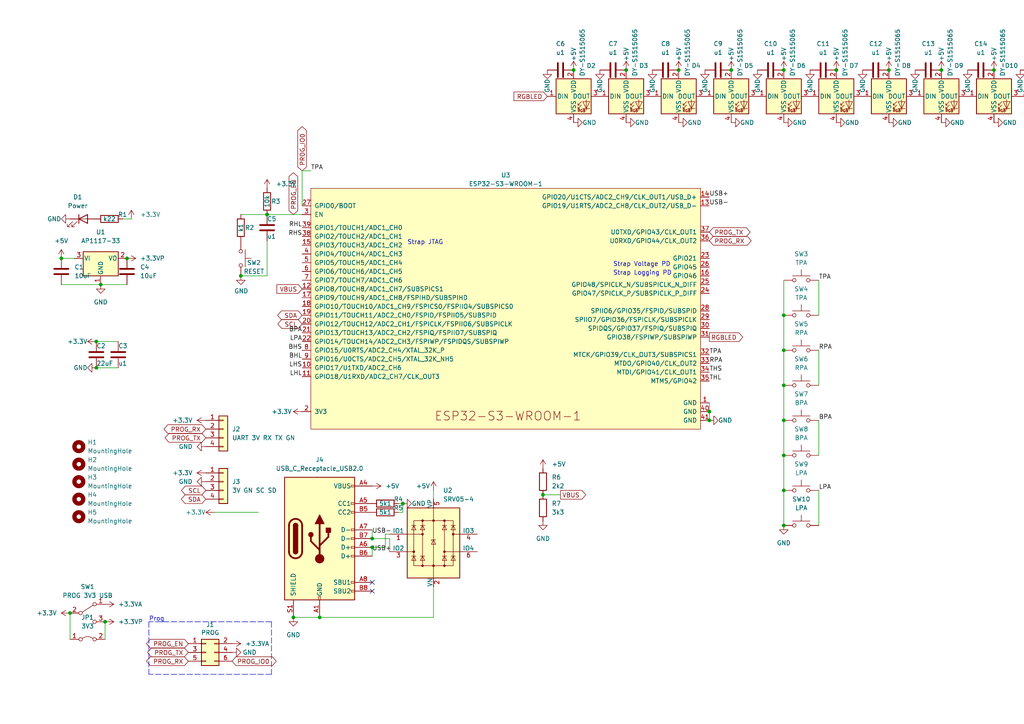
<source format=kicad_sch>
(kicad_sch (version 20211123) (generator eeschema)
  (paper "A4")
  (junction (at 791.21 20.32))
  (junction (at 410.21 20.32))
  (junction (at 821.69 20.32))
  (junction (at 654.05 20.32))
  (junction (at 27.94 99.06))
  (junction (at 486.41 20.32))
  (junction (at 394.97 20.32))
  (junction (at 227.33 132.08))
  (junction (at 227.33 20.32))
  (junction (at 227.33 111.76))
  (junction (at 425.45 20.32))
  (junction (at 227.33 91.44))
  (junction (at 27.94 106.68))
  (junction (at 227.33 152.4))
  (junction (at 227.33 101.6))
  (junction (at 455.93 20.32))
  (junction (at 181.61 20.32))
  (junction (at 77.47 62.23))
  (junction (at 392.43 154.94))
  (junction (at 227.33 142.24))
  (junction (at 318.77 20.32))
  (junction (at 20.32 177.8))
  (junction (at 273.05 20.32))
  (junction (at 227.33 121.92))
  (junction (at 107.95 158.75))
  (junction (at 471.17 20.32))
  (junction (at 501.65 20.32))
  (junction (at 699.77 20.32))
  (junction (at 157.48 143.51))
  (junction (at 303.53 20.32))
  (junction (at 684.53 20.32))
  (junction (at 36.83 74.93))
  (junction (at 29.21 82.55))
  (junction (at 242.57 20.32))
  (junction (at 364.49 20.32))
  (junction (at 116.84 146.05))
  (junction (at 420.37 154.94))
  (junction (at 730.25 20.32))
  (junction (at 69.85 80.01))
  (junction (at 623.57 20.32))
  (junction (at 288.29 20.32))
  (junction (at 331.47 179.07))
  (junction (at 379.73 20.32))
  (junction (at 212.09 20.32))
  (junction (at 608.33 20.32))
  (junction (at 107.95 156.21))
  (junction (at 562.61 20.32))
  (junction (at 166.37 20.32))
  (junction (at 85.09 179.07))
  (junction (at 745.49 20.32))
  (junction (at 205.74 121.92))
  (junction (at 358.14 156.21))
  (junction (at 334.01 20.32))
  (junction (at 760.73 20.32))
  (junction (at 358.14 180.34))
  (junction (at 669.29 20.32))
  (junction (at 92.71 179.07))
  (junction (at 420.37 179.07))
  (junction (at 577.85 20.32))
  (junction (at 349.25 20.32))
  (junction (at 547.37 20.32))
  (junction (at 593.09 20.32))
  (junction (at 257.81 20.32))
  (junction (at 17.78 74.93))
  (junction (at 196.85 20.32))
  (junction (at 775.97 20.32))
  (junction (at 30.48 180.34))
  (junction (at 205.74 119.38))
  (junction (at 440.69 20.32))
  (junction (at 638.81 20.32))
  (junction (at 532.13 20.32))
  (junction (at 331.47 154.94))
  (junction (at 392.43 179.07))
  (junction (at 806.45 20.32))
  (junction (at 516.89 20.32))
  (junction (at 715.01 20.32))
  (no_connect (at 829.31 27.94))
  (no_connect (at 107.95 171.45))
  (no_connect (at 107.95 168.91))
  (wire (pts (xy 69.85 80.01) (xy 77.47 80.01)))
  (wire (pts (xy 116.84 148.59) (xy 115.57 148.59)))
  (polyline (pts (xy 78.74 180.34) (xy 78.74 195.58)))
  (wire (pts (xy 20.32 177.8) (xy 20.32 185.42)))
  (wire (pts (xy 107.95 158.75) (xy 107.95 161.29)))
  (wire (pts (xy 237.49 81.28) (xy 237.49 91.44)))
  (wire (pts (xy 107.95 153.67) (xy 107.95 156.21)))
  (wire (pts (xy 227.33 101.6) (xy 227.33 111.76)))
  (wire (pts (xy 113.03 156.21) (xy 113.03 160.02)))
  (wire (pts (xy 77.47 62.23) (xy 87.63 62.23)))
  (wire (pts (xy 237.49 101.6) (xy 237.49 111.76)))
  (wire (pts (xy 237.49 142.24) (xy 237.49 152.4)))
  (wire (pts (xy 87.63 49.53) (xy 90.17 49.53)))
  (wire (pts (xy 30.48 180.34) (xy 30.48 185.42)))
  (wire (pts (xy 402.59 58.42) (xy 402.59 68.58)))
  (wire (pts (xy 29.21 82.55) (xy 36.83 82.55)))
  (wire (pts (xy 111.76 154.94) (xy 113.03 154.94)))
  (wire (pts (xy 115.57 146.05) (xy 116.84 146.05)))
  (wire (pts (xy 77.47 80.01) (xy 77.47 69.85)))
  (wire (pts (xy 125.73 144.78) (xy 125.73 142.24)))
  (wire (pts (xy 205.74 119.38) (xy 205.74 121.92)))
  (polyline (pts (xy 43.18 180.34) (xy 43.18 195.58)))
  (wire (pts (xy 27.94 106.68) (xy 34.29 106.68)))
  (wire (pts (xy 17.78 74.93) (xy 21.59 74.93)))
  (wire (pts (xy 27.94 99.06) (xy 34.29 99.06)))
  (wire (pts (xy 237.49 121.92) (xy 237.49 132.08)))
  (wire (pts (xy 227.33 142.24) (xy 227.33 152.4)))
  (wire (pts (xy 227.33 111.76) (xy 227.33 121.92)))
  (wire (pts (xy 227.33 91.44) (xy 227.33 101.6)))
  (wire (pts (xy 85.09 179.07) (xy 92.71 179.07)))
  (polyline (pts (xy 78.74 180.34) (xy 43.18 180.34)))
  (wire (pts (xy 116.84 146.05) (xy 116.84 148.59)))
  (wire (pts (xy 157.48 143.51) (xy 162.56 143.51)))
  (wire (pts (xy 92.71 179.07) (xy 125.73 179.07)))
  (wire (pts (xy 227.33 81.28) (xy 227.33 91.44)))
  (wire (pts (xy 125.73 170.18) (xy 125.73 179.07)))
  (wire (pts (xy 227.33 121.92) (xy 227.33 132.08)))
  (wire (pts (xy 69.85 62.23) (xy 77.47 62.23)))
  (wire (pts (xy 107.95 158.75) (xy 111.76 158.75)))
  (wire (pts (xy 107.95 156.21) (xy 113.03 156.21)))
  (wire (pts (xy 35.56 63.5) (xy 38.1 63.5)))
  (wire (pts (xy 17.78 82.55) (xy 29.21 82.55)))
  (wire (pts (xy 62.23 148.59) (xy 74.93 148.59)))
  (wire (pts (xy 205.74 116.84) (xy 205.74 119.38)))
  (polyline (pts (xy 78.74 195.58) (xy 43.18 195.58)))
  (wire (pts (xy 111.76 158.75) (xy 111.76 154.94)))
  (wire (pts (xy 227.33 132.08) (xy 227.33 142.24)))
  (wire (pts (xy 87.63 49.53) (xy 87.63 59.69)))
  (text "Strap Voltage PD" (at 177.8 77.47 0) (effects (font (size 1.27 1.27)) (justify left bottom)))
  (text "Strap JTAG" (at 118.11 71.12 0) (effects (font (size 1.27 1.27)) (justify left bottom)))
  (text "Prog" (at 43.18 180.34 0) (effects (font (size 1.27 1.27)) (justify left bottom)))
  (text "Strap Logging PD" (at 177.8 80.01 0) (effects (font (size 1.27 1.27)) (justify left bottom)))
  (label "RHS" (at 87.63 68.58 180))
  (label "THL" (at 205.74 110.49 0))
  (label "USB-" (at 205.74 59.69 0))
  (label "RHS" (at 402.59 189.23 0))
  (label "LPA" (at 237.49 142.24 0))
  (label "USB+" (at 107.95 160.02 0))
  (label "TPA" (at 205.74 102.87 0))
  (label "LPA" (at 87.63 99.06 180))
  (label "LHS" (at 87.63 106.68 180))
  (label "THL" (at 430.53 165.1 0))
  (label "LHL" (at 87.63 109.22 180))
  (label "LHS" (at 368.3 190.5 0))
  (label "USB+" (at 205.74 57.15 0))
  (label "BHL" (at 87.63 104.14 180))
  (label "BHL" (at 341.63 165.1 0))
  (label "LHL" (at 368.3 166.37 0))
  (label "BHS" (at 87.63 101.6 180))
  (label "USB-" (at 107.95 154.94 0))
  (label "TPA" (at 237.49 81.28 0))
  (label "RPA" (at 205.74 105.41 0))
  (label "TPA" (at 90.17 49.53 0))
  (label "RHL" (at 402.59 165.1 0))
  (label "BPA" (at 87.63 96.52 180))
  (label "RHL" (at 87.63 66.04 180))
  (label "BHS" (at 341.63 189.23 0))
  (label "RPA" (at 237.49 101.6 0))
  (label "THS" (at 205.74 107.95 0))
  (label "BPA" (at 237.49 121.92 0))
  (label "THS" (at 430.53 189.23 0))
  (global_label "PROG_RX" (shape bidirectional) (at 205.74 69.85 0) (property "Intersheet References" "${INTERSHEET_REFS}" (effects hide)))
  (global_label "PROG_IO0" (shape bidirectional) (at 87.63 49.53 90) (property "Intersheet References" "${INTERSHEET_REFS}" (effects hide)))
  (global_label "VBUS" (shape input) (at 87.63 83.82 180) (property "Intersheet References" "${INTERSHEET_REFS}" (effects hide)))
  (global_label "VBUS" (shape output) (at 162.56 143.51 0) (property "Intersheet References" "${INTERSHEET_REFS}" (effects hide)))
  (global_label "PROG_RX" (shape bidirectional) (at 54.61 191.77 180) (property "Intersheet References" "${INTERSHEET_REFS}" (effects hide)))
  (global_label "RGBLED" (shape output) (at 205.74 97.79 0) (property "Intersheet References" "${INTERSHEET_REFS}" (effects hide)))
  (global_label "PROG_EN" (shape bidirectional) (at 85.09 62.23 90) (property "Intersheet References" "${INTERSHEET_REFS}" (effects hide)))
  (global_label "SDA" (shape bidirectional) (at 59.69 144.78 180) (property "Intersheet References" "${INTERSHEET_REFS}" (effects hide)))
  (global_label "PROG_TX" (shape bidirectional) (at 59.69 127 180) (property "Intersheet References" "${INTERSHEET_REFS}" (effects hide)))
  (global_label "PROG_TX" (shape bidirectional) (at 54.61 189.23 180) (property "Intersheet References" "${INTERSHEET_REFS}" (effects hide)))
  (global_label "PROG_TX" (shape bidirectional) (at 205.74 67.31 0) (property "Intersheet References" "${INTERSHEET_REFS}" (effects hide)))
  (global_label "SDA" (shape bidirectional) (at 87.63 91.44 180) (property "Intersheet References" "${INTERSHEET_REFS}" (effects hide)))
  (global_label "SCL" (shape bidirectional) (at 59.69 142.24 180) (property "Intersheet References" "${INTERSHEET_REFS}" (effects hide)))
  (global_label "PROG_RX" (shape bidirectional) (at 59.69 124.46 180) (property "Intersheet References" "${INTERSHEET_REFS}" (effects hide)))
  (global_label "PROG_EN" (shape bidirectional) (at 54.61 186.69 180) (property "Intersheet References" "${INTERSHEET_REFS}" (effects hide)))
  (global_label "SCL" (shape bidirectional) (at 87.63 93.98 180) (property "Intersheet References" "${INTERSHEET_REFS}" (effects hide)))
  (global_label "PROG_IO0" (shape bidirectional) (at 67.31 191.77 0) (property "Intersheet References" "${INTERSHEET_REFS}" (effects hide)))
  (global_label "RGBLED" (shape input) (at 158.75 27.94 180) (property "Intersheet References" "${INTERSHEET_REFS}" (effects hide)))
  (symbol (lib_id "power:+5V") (at 410.21 20.32 0) (unit 1)
    (property "Reference" "#PWR095" (effects hide))
    (property "Value" "+5V" (at 410.21 17.78 90) (effects (justify left)))
  )
  (symbol (lib_id "liebler_OPTO:DY-S1515065{slash}RGBC{slash}6805-5T") (at 608.33 27.94 0) (unit 1)
    (property "Reference" "D31" (at 613.41 19.05 0))
    (property "Value" "DY-S1515065" (at 610.87 15.24 90))
    (property "Footprint" "liebler_OPTO:LED_0606" (effects hide))
  )
  (symbol (lib_id "power:+3.3V") (at 331.47 179.07 90) (unit 1)
    (property "Reference" "#PWR064" (effects hide))
    (property "Value" "+3.3V" (at 327.66 179.0699 90) (effects (justify left)))
  )
  (symbol (lib_id "power:GND") (at 341.63 20.32 0) (unit 1)
    (property "Reference" "#PWR070" (effects hide))
    (property "Value" "GND" (at 341.63 22.86 90) (effects (justify right)))
  )
  (symbol (lib_id "power:GND") (at 509.27 20.32 0) (unit 1)
    (property "Reference" "#PWR0121" (effects hide))
    (property "Value" "GND" (at 509.27 22.86 90) (effects (justify right)))
  )
  (symbol (lib_id "power:GND") (at 427.99 179.07 90) (unit 1)
    (property "Reference" "#PWR0105" (effects hide))
    (property "Value" "GND" (at 430.53 179.07 90) (effects (justify right)))
  )
  (symbol (lib_id "power:+3.3V") (at 420.37 154.94 90) (unit 1)
    (property "Reference" "#PWR098" (effects hide))
    (property "Value" "+3.3V" (at 416.56 154.9399 90) (effects (justify left)))
  )
  (symbol (lib_id "Connector_Generic:Conn_02x03_Odd_Even") (at 59.69 189.23 0) (unit 1)
    (property "Reference" "J1" (at 60.96 181.1782 0))
    (property "Value" "PROG" (at 60.96 183.4896 0))
    (property "Footprint" "liebler_CONN:IDC_2x03_P1.27mm_Vertical" (effects hide))
  )
  (symbol (lib_id "power:+3.3VP") (at 30.48 180.34 270) (unit 1)
    (property "Reference" "#PWR010" (effects hide))
    (property "Value" "+3.3VP" (at 34.29 180.3399 90) (effects (justify left)))
  )
  (symbol (lib_id "power:GND") (at 417.83 20.32 0) (unit 1)
    (property "Reference" "#PWR097" (effects hide))
    (property "Value" "GND" (at 417.83 22.86 90) (effects (justify right)))
  )
  (symbol (lib_id "power:+5V") (at 486.41 20.32 0) (unit 1)
    (property "Reference" "#PWR0116" (effects hide))
    (property "Value" "+5V" (at 486.41 17.78 90) (effects (justify left)))
  )
  (symbol (lib_id "power:GND") (at 331.47 199.39 270) (unit 1)
    (property "Reference" "#PWR065" (effects hide))
    (property "Value" "GND" (at 328.93 199.39 90) (effects (justify right)))
  )
  (symbol (lib_id "Mechanical:MountingHole") (at 22.86 149.86 0) (unit 1)
    (property "Reference" "H5" (at 25.4 148.5899 0) (effects (justify left)))
    (property "Value" "MountingHole" (at 25.4 151.1299 0) (effects (justify left)))
    (property "Footprint" "MountingHole:MountingHole_3.2mm_M3_DIN965" (effects hide))
  )
  (symbol (lib_id "Device:C") (at 452.12 20.32 90) (unit 1)
    (property "Reference" "C33" (at 452.12 12.7 90))
    (property "Value" "u1" (at 452.12 15.24 90))
    (property "Footprint" "Capacitor_SMD:C_0402_1005Metric" (effects hide))
  )
  (symbol (lib_id "power:GND") (at 29.21 82.55 0) (unit 1)
    (property "Reference" "#PWR08" (effects hide))
    (property "Value" "GND" (at 29.21 87.63 0))
  )
  (symbol (lib_id "Device:C") (at 238.76 20.32 90) (unit 1)
    (property "Reference" "C11" (at 238.76 12.7 90))
    (property "Value" "u1" (at 238.76 15.24 90))
    (property "Footprint" "Capacitor_SMD:C_0402_1005Metric" (effects hide))
  )
  (symbol (lib_id "Sensor_Magnetic:A1301KLHLT-T") (at 422.91 189.23 0) (unit 1)
    (property "Reference" "U11" (at 416.56 187.9599 0) (effects (justify right)))
    (property "Value" "T_Hall_S" (at 416.56 190.4999 0) (effects (justify right)))
    (property "Footprint" "liebler_SEMICONDUCTORS:SOT-23_smaller_withoutSilkscreen" (effects hide))
    (property "Datasheet" "http://www.allegromicro.com/~/media/Files/Datasheets/A1301-2-Datasheet.ashx" (effects hide))
  )
  (symbol (lib_id "liebler_OPTO:DY-S1515065{slash}RGBC{slash}6805-5T") (at 745.49 27.94 0) (unit 1)
    (property "Reference" "D40" (at 750.57 19.05 0))
    (property "Value" "DY-S1515065" (at 748.03 15.24 90))
    (property "Footprint" "liebler_OPTO:LED_0606" (effects hide))
  )
  (symbol (lib_id "power:GND") (at 661.67 20.32 0) (unit 1)
    (property "Reference" "#PWR0151" (effects hide))
    (property "Value" "GND" (at 661.67 22.86 90) (effects (justify right)))
  )
  (symbol (lib_id "power:GND") (at 539.75 20.32 0) (unit 1)
    (property "Reference" "#PWR0127" (effects hide))
    (property "Value" "GND" (at 539.75 22.86 90) (effects (justify right)))
  )
  (symbol (lib_id "power:+3.3V") (at 392.43 179.07 90) (unit 1)
    (property "Reference" "#PWR088" (effects hide))
    (property "Value" "+3.3V" (at 388.62 179.0699 90) (effects (justify left)))
  )
  (symbol (lib_id "Device:C") (at 695.96 20.32 90) (unit 1)
    (property "Reference" "C49" (at 695.96 12.7 90))
    (property "Value" "u1" (at 695.96 15.24 90))
    (property "Footprint" "Capacitor_SMD:C_0402_1005Metric" (effects hide))
  )
  (symbol (lib_id "power:GND") (at 227.33 152.4 0) (unit 1)
    (property "Reference" "#PWR0184" (effects hide))
    (property "Value" "GND" (at 227.33 157.48 0))
  )
  (symbol (lib_id "power:GND") (at 669.29 35.56 90) (unit 1)
    (property "Reference" "#PWR0153" (effects hide))
    (property "Value" "GND" (at 671.83 35.56 90) (effects (justify right)))
  )
  (symbol (lib_id "power:GND") (at 427.99 154.94 90) (unit 1)
    (property "Reference" "#PWR0104" (effects hide))
    (property "Value" "GND" (at 430.53 154.94 90) (effects (justify right)))
  )
  (symbol (lib_id "Device:C") (at 589.28 20.32 90) (unit 1)
    (property "Reference" "C42" (at 589.28 12.7 90))
    (property "Value" "u1" (at 589.28 15.24 90))
    (property "Footprint" "Capacitor_SMD:C_0402_1005Metric" (effects hide))
  )
  (symbol (lib_id "power:GND") (at 768.35 20.32 0) (unit 1)
    (property "Reference" "#PWR0172" (effects hide))
    (property "Value" "GND" (at 768.35 22.86 90) (effects (justify right)))
  )
  (symbol (lib_id "power:+5V") (at 593.09 20.32 0) (unit 1)
    (property "Reference" "#PWR0137" (effects hide))
    (property "Value" "+5V" (at 593.09 17.78 90) (effects (justify left)))
  )
  (symbol (lib_id "Device:C") (at 254 20.32 90) (unit 1)
    (property "Reference" "C12" (at 254 12.7 90))
    (property "Value" "u1" (at 254 15.24 90))
    (property "Footprint" "Capacitor_SMD:C_0402_1005Metric" (effects hide))
  )
  (symbol (lib_id "liebler_OPTO:DY-S1515065{slash}RGBC{slash}6805-5T") (at 166.37 27.94 0) (unit 1)
    (property "Reference" "D2" (at 171.45 19.05 0))
    (property "Value" "DY-S1515065" (at 168.91 15.24 90))
    (property "Footprint" "liebler_OPTO:LED_0606" (effects hide))
  )
  (symbol (lib_id "liebler_OPTO:DY-S1515065{slash}RGBC{slash}6805-5T") (at 623.57 27.94 0) (unit 1)
    (property "Reference" "D32" (at 628.65 19.05 0))
    (property "Value" "DY-S1515065" (at 626.11 15.24 90))
    (property "Footprint" "liebler_OPTO:LED_0606" (effects hide))
  )
  (symbol (lib_id "power:GND") (at 365.76 180.34 90) (unit 1)
    (property "Reference" "#PWR081" (effects hide))
    (property "Value" "GND" (at 368.3 180.34 90) (effects (justify right)))
  )
  (symbol (lib_id "power:+3.3V") (at 59.69 121.92 90) (unit 1)
    (property "Reference" "#PWR0185" (effects hide))
    (property "Value" "+3.3V" (at 55.88 121.9199 90) (effects (justify left)))
  )
  (symbol (lib_id "power:+5V") (at 821.69 20.32 0) (unit 1)
    (property "Reference" "#PWR0182" (effects hide))
    (property "Value" "+5V" (at 821.69 17.78 90) (effects (justify left)))
  )
  (symbol (lib_id "power:+3.3VA") (at 30.48 175.26 270) (unit 1)
    (property "Reference" "#PWR09" (effects hide))
    (property "Value" "+3.3VA" (at 34.29 175.2599 90) (effects (justify left)))
  )
  (symbol (lib_id "power:GND") (at 623.57 35.56 90) (unit 1)
    (property "Reference" "#PWR0144" (effects hide))
    (property "Value" "GND" (at 626.11 35.56 90) (effects (justify right)))
  )
  (symbol (lib_id "Switch:SW_Push") (at 232.41 81.28 0) (unit 1)
    (property "Reference" "SW3" (at 232.41 73.66 0))
    (property "Value" "TPA" (at 232.41 76.2 0))
    (property "Footprint" "Button_Switch_SMD:SW_SPST_TL3342" (effects hide))
  )
  (symbol (lib_id "power:GND") (at 760.73 35.56 90) (unit 1)
    (property "Reference" "#PWR0171" (effects hide))
    (property "Value" "GND" (at 763.27 35.56 90) (effects (justify right)))
  )
  (symbol (lib_id "power:GND") (at 392.43 199.39 270) (unit 1)
    (property "Reference" "#PWR089" (effects hide))
    (property "Value" "GND" (at 389.89 199.39 90) (effects (justify right)))
  )
  (symbol (lib_id "power:GND") (at 524.51 20.32 0) (unit 1)
    (property "Reference" "#PWR0124" (effects hide))
    (property "Value" "GND" (at 524.51 22.86 90) (effects (justify right)))
  )
  (symbol (lib_id "liebler_OPTO:DY-S1515065{slash}RGBC{slash}6805-5T") (at 440.69 27.94 0) (unit 1)
    (property "Reference" "D20" (at 445.77 19.05 0))
    (property "Value" "DY-S1515065" (at 443.23 15.24 90))
    (property "Footprint" "liebler_OPTO:LED_0606" (effects hide))
  )
  (symbol (lib_id "Device:C") (at 406.4 20.32 90) (unit 1)
    (property "Reference" "C28" (at 406.4 12.7 90))
    (property "Value" "u1" (at 406.4 15.24 90))
    (property "Footprint" "Capacitor_SMD:C_0402_1005Metric" (effects hide))
  )
  (symbol (lib_id "Device:C") (at 574.04 20.32 90) (unit 1)
    (property "Reference" "C41" (at 574.04 12.7 90))
    (property "Value" "u1" (at 574.04 15.24 90))
    (property "Footprint" "Capacitor_SMD:C_0402_1005Metric" (effects hide))
  )
  (symbol (lib_id "power:+5V") (at 242.57 20.32 0) (unit 1)
    (property "Reference" "#PWR044" (effects hide))
    (property "Value" "+5V" (at 242.57 17.78 90) (effects (justify left)))
  )
  (symbol (lib_id "power:+5V") (at 562.61 20.32 0) (unit 1)
    (property "Reference" "#PWR0131" (effects hide))
    (property "Value" "+5V" (at 562.61 17.78 90) (effects (justify left)))
  )
  (symbol (lib_id "Device:C") (at 345.44 20.32 90) (unit 1)
    (property "Reference" "C20" (at 345.44 12.7 90))
    (property "Value" "u1" (at 345.44 15.24 90))
    (property "Footprint" "Capacitor_SMD:C_0402_1005Metric" (effects hide))
  )
  (symbol (lib_id "power:GND") (at 358.14 200.66 270) (unit 1)
    (property "Reference" "#PWR077" (effects hide))
    (property "Value" "GND" (at 355.6 200.66 90) (effects (justify right)))
  )
  (symbol (lib_id "Sensor_Magnetic:A1301KLHLT-T") (at 334.01 165.1 0) (unit 1)
    (property "Reference" "U4" (at 327.66 163.8299 0) (effects (justify right)))
    (property "Value" "B_Hall_L" (at 327.66 166.3699 0) (effects (justify right)))
    (property "Footprint" "liebler_SEMICONDUCTORS:SOT-23_smaller_withoutSilkscreen" (effects hide))
    (property "Datasheet" "http://www.allegromicro.com/~/media/Files/Datasheets/A1301-2-Datasheet.ashx" (effects hide))
  )
  (symbol (lib_id "Device:C") (at 34.29 102.87 180) (unit 1)
    (property "Reference" "C3" (at 34.29 100.33 0) (effects (justify right)))
    (property "Value" "u1" (at 34.29 105.41 0) (effects (justify right)))
    (property "Footprint" "Capacitor_SMD:C_0402_1005Metric" (effects hide))
  )
  (symbol (lib_id "power:GND") (at 212.09 35.56 90) (unit 1)
    (property "Reference" "#PWR039" (effects hide))
    (property "Value" "GND" (at 214.63 35.56 90) (effects (justify right)))
  )
  (symbol (lib_id "power:+5V") (at 303.53 20.32 0) (unit 1)
    (property "Reference" "#PWR056" (effects hide))
    (property "Value" "+5V" (at 303.53 17.78 90) (effects (justify left)))
  )
  (symbol (lib_id "Switch:SW_Push") (at 232.41 152.4 0) (unit 1)
    (property "Reference" "SW10" (at 232.41 144.78 0))
    (property "Value" "LPA" (at 232.41 147.32 0))
    (property "Footprint" "Button_Switch_SMD:SW_SPST_TL3342" (effects hide))
  )
  (symbol (lib_id "power:GND") (at 59.69 139.7 270) (unit 1)
    (property "Reference" "#PWR016" (effects hide))
    (property "Value" "GND" (at 55.88 139.6999 90) (effects (justify right)))
  )
  (symbol (lib_id "power:GND") (at 707.39 20.32 0) (unit 1)
    (property "Reference" "#PWR0160" (effects hide))
    (property "Value" "GND" (at 707.39 22.86 90) (effects (justify right)))
  )
  (symbol (lib_id "Connector_Generic:Conn_01x04") (at 64.77 124.46 0) (unit 1)
    (property "Reference" "J2" (at 67.31 124.4599 0) (effects (justify left)))
    (property "Value" "UART 3V RX TX GN" (at 67.31 126.9999 0) (effects (justify left)))
    (property "Footprint" "Connector_JST:JST_XH_B4B-XH-A_1x04_P2.50mm_Vertical" (effects hide))
  )
  (symbol (lib_id "power:GND") (at 420.37 199.39 270) (unit 1)
    (property "Reference" "#PWR0101" (effects hide))
    (property "Value" "GND" (at 417.83 199.39 90) (effects (justify right)))
  )
  (symbol (lib_id "Device:C") (at 314.96 20.32 90) (unit 1)
    (property "Reference" "C16" (at 314.96 12.7 90))
    (property "Value" "u1" (at 314.96 15.24 90))
    (property "Footprint" "Capacitor_SMD:C_0402_1005Metric" (effects hide))
  )
  (symbol (lib_id "power:+3.3V") (at 358.14 156.21 90) (unit 1)
    (property "Reference" "#PWR074" (effects hide))
    (property "Value" "+3.3V" (at 354.33 156.2099 90) (effects (justify left)))
  )
  (symbol (lib_id "Device:C") (at 665.48 20.32 90) (unit 1)
    (property "Reference" "C47" (at 665.48 12.7 90))
    (property "Value" "u1" (at 665.48 15.24 90))
    (property "Footprint" "Capacitor_SMD:C_0402_1005Metric" (effects hide))
  )
  (symbol (lib_id "Device:C") (at 391.16 20.32 90) (unit 1)
    (property "Reference" "C25" (at 391.16 12.7 90))
    (property "Value" "u1" (at 391.16 15.24 90))
    (property "Footprint" "Capacitor_SMD:C_0402_1005Metric" (effects hide))
  )
  (symbol (lib_id "power:GND") (at 67.31 189.23 90) (unit 1)
    (property "Reference" "#PWR02" (effects hide))
    (property "Value" "GND" (at 72.39 189.23 90))
  )
  (symbol (lib_id "Sensor_Magnetic:A1301KLHLT-T") (at 360.68 190.5 0) (unit 1)
    (property "Reference" "U7" (at 354.33 189.2299 0) (effects (justify right)))
    (property "Value" "L_Hall_S" (at 354.33 191.7699 0) (effects (justify right)))
    (property "Footprint" "liebler_SEMICONDUCTORS:SOT-23_smaller_withoutSilkscreen" (effects hide))
    (property "Datasheet" "http://www.allegromicro.com/~/media/Files/Datasheets/A1301-2-Datasheet.ashx" (effects hide))
  )
  (symbol (lib_id "power:GND") (at 600.71 20.32 0) (unit 1)
    (property "Reference" "#PWR0139" (effects hide))
    (property "Value" "GND" (at 600.71 22.86 90) (effects (justify right)))
  )
  (symbol (lib_id "power:+5V") (at 577.85 20.32 0) (unit 1)
    (property "Reference" "#PWR0134" (effects hide))
    (property "Value" "+5V" (at 577.85 17.78 90) (effects (justify left)))
  )
  (symbol (lib_id "power:GND") (at 379.73 35.56 90) (unit 1)
    (property "Reference" "#PWR084" (effects hide))
    (property "Value" "GND" (at 382.27 35.56 90) (effects (justify right)))
  )
  (symbol (lib_id "power:GND") (at 577.85 35.56 90) (unit 1)
    (property "Reference" "#PWR0135" (effects hide))
    (property "Value" "GND" (at 580.39 35.56 90) (effects (justify right)))
  )
  (symbol (lib_id "liebler_OPTO:DY-S1515065{slash}RGBC{slash}6805-5T") (at 425.45 27.94 0) (unit 1)
    (property "Reference" "D19" (at 430.53 19.05 0))
    (property "Value" "DY-S1515065" (at 427.99 15.24 90))
    (property "Footprint" "liebler_OPTO:LED_0606" (effects hide))
  )
  (symbol (lib_id "power:+5V") (at 334.01 20.32 0) (unit 1)
    (property "Reference" "#PWR066" (effects hide))
    (property "Value" "+5V" (at 334.01 17.78 90) (effects (justify left)))
  )
  (symbol (lib_id "power:GND") (at 227.33 35.56 90) (unit 1)
    (property "Reference" "#PWR042" (effects hide))
    (property "Value" "GND" (at 229.87 35.56 90) (effects (justify right)))
  )
  (symbol (lib_id "liebler_OPTO:DY-S1515065{slash}RGBC{slash}6805-5T") (at 379.73 27.94 0) (unit 1)
    (property "Reference" "D16" (at 384.81 19.05 0))
    (property "Value" "DY-S1515065" (at 382.27 15.24 90))
    (property "Footprint" "liebler_OPTO:LED_0606" (effects hide))
  )
  (symbol (lib_id "power:+5V") (at 257.81 20.32 0) (unit 1)
    (property "Reference" "#PWR047" (effects hide))
    (property "Value" "+5V" (at 257.81 17.78 90) (effects (justify left)))
  )
  (symbol (lib_id "power:GND") (at 554.99 20.32 0) (unit 1)
    (property "Reference" "#PWR0130" (effects hide))
    (property "Value" "GND" (at 554.99 22.86 90) (effects (justify right)))
  )
  (symbol (lib_id "power:GND") (at 814.07 20.32 0) (unit 1)
    (property "Reference" "#PWR0181" (effects hide))
    (property "Value" "GND" (at 814.07 22.86 90) (effects (justify right)))
  )
  (symbol (lib_id "power:GND") (at 265.43 20.32 0) (unit 1)
    (property "Reference" "#PWR049" (effects hide))
    (property "Value" "GND" (at 265.43 22.86 90) (effects (justify right)))
  )
  (symbol (lib_id "liebler_OPTO:DY-S1515065{slash}RGBC{slash}6805-5T") (at 364.49 27.94 0) (unit 1)
    (property "Reference" "D15" (at 369.57 19.05 0))
    (property "Value" "DY-S1515065" (at 367.03 15.24 90))
    (property "Footprint" "liebler_OPTO:LED_0606" (effects hide))
  )
  (symbol (lib_id "power:GND") (at 410.21 35.56 90) (unit 1)
    (property "Reference" "#PWR096" (effects hide))
    (property "Value" "GND" (at 412.75 35.56 90) (effects (justify right)))
  )
  (symbol (lib_id "Device:C") (at 756.92 20.32 90) (unit 1)
    (property "Reference" "C53" (at 756.92 12.7 90))
    (property "Value" "u1" (at 756.92 15.24 90))
    (property "Footprint" "Capacitor_SMD:C_0402_1005Metric" (effects hide))
  )
  (symbol (lib_id "power:GND") (at 821.69 35.56 90) (unit 1)
    (property "Reference" "#PWR0183" (effects hide))
    (property "Value" "GND" (at 824.23 35.56 90) (effects (justify right)))
  )
  (symbol (lib_id "power:GND") (at 440.69 35.56 90) (unit 1)
    (property "Reference" "#PWR0108" (effects hide))
    (property "Value" "GND" (at 443.23 35.56 90) (effects (justify right)))
  )
  (symbol (lib_id "Device:C") (at 77.47 66.04 0) (unit 1)
    (property "Reference" "C5" (at 77.47 63.5 0) (effects (justify left)))
    (property "Value" "u1" (at 77.47 68.58 0) (effects (justify left)))
    (property "Footprint" "Capacitor_SMD:C_0402_1005Metric" (effects hide))
  )
  (symbol (lib_id "liebler_OPTO:DY-S1515065{slash}RGBC{slash}6805-5T") (at 196.85 27.94 0) (unit 1)
    (property "Reference" "D4" (at 201.93 19.05 0))
    (property "Value" "DY-S1515065" (at 199.39 15.24 90))
    (property "Footprint" "liebler_OPTO:LED_0606" (effects hide))
  )
  (symbol (lib_id "power:+3.3V") (at 38.1 63.5 0) (unit 1)
    (property "Reference" "#PWR012" (effects hide))
    (property "Value" "+3.3V" (at 40.64 62.2299 0) (effects (justify left)))
  )
  (symbol (lib_id "Device:C") (at 604.52 20.32 90) (unit 1)
    (property "Reference" "C43" (at 604.52 12.7 90))
    (property "Value" "u1" (at 604.52 15.24 90))
    (property "Footprint" "Capacitor_SMD:C_0402_1005Metric" (effects hide))
  )
  (symbol (lib_id "power:+5V") (at 501.65 20.32 0) (unit 1)
    (property "Reference" "#PWR0119" (effects hide))
    (property "Value" "+5V" (at 501.65 17.78 90) (effects (justify left)))
  )
  (symbol (lib_id "power:+5V") (at 349.25 20.32 0) (unit 1)
    (property "Reference" "#PWR071" (effects hide))
    (property "Value" "+5V" (at 349.25 17.78 90) (effects (justify left)))
  )
  (symbol (lib_id "power:+5V") (at 760.73 20.32 0) (unit 1)
    (property "Reference" "#PWR0170" (effects hide))
    (property "Value" "+5V" (at 760.73 17.78 90) (effects (justify left)))
  )
  (symbol (lib_id "Power_Protection:SRV05-4") (at 125.73 157.48 0) (unit 1)
    (property "Reference" "U2" (at 128.4987 142.24 0) (effects (justify left)))
    (property "Value" "SRV05-4" (at 128.4987 144.78 0) (effects (justify left)))
    (property "Footprint" "Package_TO_SOT_SMD:SOT-23-6" (effects hide))
    (property "Datasheet" "http://www.onsemi.com/pub/Collateral/SRV05-4-D.PDF" (effects hide))
  )
  (symbol (lib_id "power:GND") (at 295.91 20.32 0) (unit 1)
    (property "Reference" "#PWR055" (effects hide))
    (property "Value" "GND" (at 295.91 22.86 90) (effects (justify right)))
  )
  (symbol (lib_id "Device:C") (at 299.72 20.32 90) (unit 1)
    (property "Reference" "C15" (at 299.72 12.7 90))
    (property "Value" "u1" (at 299.72 15.24 90))
    (property "Footprint" "Capacitor_SMD:C_0402_1005Metric" (effects hide))
  )
  (symbol (lib_id "liebler_OPTO:DY-S1515065{slash}RGBC{slash}6805-5T") (at 455.93 27.94 0) (unit 1)
    (property "Reference" "D21" (at 461.01 19.05 0))
    (property "Value" "DY-S1515065" (at 458.47 15.24 90))
    (property "Footprint" "liebler_OPTO:LED_0606" (effects hide))
  )
  (symbol (lib_id "Device:C") (at 335.28 154.94 270) (unit 1)
    (property "Reference" "C18" (at 332.74 154.94 0) (effects (justify right)))
    (property "Value" "u1" (at 337.82 154.94 0) (effects (justify right)))
    (property "Footprint" "Capacitor_SMD:C_0402_1005Metric" (effects hide))
  )
  (symbol (lib_id "Mechanical:MountingHole") (at 22.86 134.62 0) (unit 1)
    (property "Reference" "H2" (at 25.4 133.3499 0) (effects (justify left)))
    (property "Value" "MountingHole" (at 25.4 135.8899 0) (effects (justify left)))
    (property "Footprint" "MountingHole:MountingHole_3.2mm_M3_DIN965" (effects hide))
  )
  (symbol (lib_id "liebler_OPTO:DY-S1515065{slash}RGBC{slash}6805-5T") (at 532.13 27.94 0) (unit 1)
    (property "Reference" "D26" (at 537.21 19.05 0))
    (property "Value" "DY-S1515065" (at 534.67 15.24 90))
    (property "Footprint" "liebler_OPTO:LED_0606" (effects hide))
  )
  (symbol (lib_id "power:GND") (at 425.45 35.56 90) (unit 1)
    (property "Reference" "#PWR0103" (effects hide))
    (property "Value" "GND" (at 427.99 35.56 90) (effects (justify right)))
  )
  (symbol (lib_id "liebler_OPTO:DY-S1515065{slash}RGBC{slash}6805-5T") (at 699.77 27.94 0) (unit 1)
    (property "Reference" "D37" (at 704.85 19.05 0))
    (property "Value" "DY-S1515065" (at 702.31 15.24 90))
    (property "Footprint" "liebler_OPTO:LED_0606" (effects hide))
  )
  (symbol (lib_id "power:GND") (at 311.15 20.32 0) (unit 1)
    (property "Reference" "#PWR058" (effects hide))
    (property "Value" "GND" (at 311.15 22.86 90) (effects (justify right)))
  )
  (symbol (lib_id "power:+3.3VP") (at 36.83 74.93 270) (unit 1)
    (property "Reference" "#PWR011" (effects hide))
    (property "Value" "+3.3VP" (at 40.64 74.9299 90) (effects (justify left)))
  )
  (symbol (lib_id "power:+5V") (at 157.48 135.89 0) (unit 1)
    (property "Reference" "#PWR025" (effects hide))
    (property "Value" "+5V" (at 160.02 134.6199 0) (effects (justify left)))
  )
  (symbol (lib_id "Device:C") (at 396.24 179.07 270) (unit 1)
    (property "Reference" "C27" (at 393.7 179.07 0) (effects (justify right)))
    (property "Value" "u1" (at 398.78 179.07 0) (effects (justify right)))
    (property "Footprint" "Capacitor_SMD:C_0402_1005Metric" (effects hide))
  )
  (symbol (lib_id "Sensor_Magnetic:A1301KLHLT-T") (at 360.68 166.37 0) (unit 1)
    (property "Reference" "U6" (at 354.33 165.0999 0) (effects (justify right)))
    (property "Value" "L_Hall_L" (at 354.33 167.6399 0) (effects (justify right)))
    (property "Footprint" "liebler_SEMICONDUCTORS:SOT-23_smaller_withoutSilkscreen" (effects hide))
    (property "Datasheet" "http://www.allegromicro.com/~/media/Files/Datasheets/A1301-2-Datasheet.ashx" (effects hide))
  )
  (symbol (lib_id "power:+5V") (at 227.33 20.32 0) (unit 1)
    (property "Reference" "#PWR041" (effects hide))
    (property "Value" "+5V" (at 227.33 17.78 90) (effects (justify left)))
  )
  (symbol (lib_id "power:GND") (at 273.05 35.56 90) (unit 1)
    (property "Reference" "#PWR051" (effects hide))
    (property "Value" "GND" (at 275.59 35.56 90) (effects (justify right)))
  )
  (symbol (lib_id "liebler_OPTO:DY-S1515065{slash}RGBC{slash}6805-5T") (at 349.25 27.94 0) (unit 1)
    (property "Reference" "D14" (at 354.33 19.05 0))
    (property "Value" "DY-S1515065" (at 351.79 15.24 90))
    (property "Footprint" "liebler_OPTO:LED_0606" (effects hide))
  )
  (symbol (lib_id "power:GND") (at 349.25 35.56 90) (unit 1)
    (property "Reference" "#PWR072" (effects hide))
    (property "Value" "GND" (at 351.79 35.56 90) (effects (justify right)))
  )
  (symbol (lib_id "power:GND") (at 593.09 35.56 90) (unit 1)
    (property "Reference" "#PWR0138" (effects hide))
    (property "Value" "GND" (at 595.63 35.56 90) (effects (justify right)))
  )
  (symbol (lib_id "power:GND") (at 676.91 20.32 0) (unit 1)
    (property "Reference" "#PWR0154" (effects hide))
    (property "Value" "GND" (at 676.91 22.86 90) (effects (justify right)))
  )
  (symbol (lib_id "power:+5V") (at 547.37 20.32 0) (unit 1)
    (property "Reference" "#PWR0128" (effects hide))
    (property "Value" "+5V" (at 547.37 17.78 90) (effects (justify left)))
  )
  (symbol (lib_id "Device:C") (at 269.24 20.32 90) (unit 1)
    (property "Reference" "C13" (at 269.24 12.7 90))
    (property "Value" "u1" (at 269.24 15.24 90))
    (property "Footprint" "Capacitor_SMD:C_0402_1005Metric" (effects hide))
  )
  (symbol (lib_id "power:GND") (at 27.94 106.68 270) (unit 1)
    (property "Reference" "#PWR07" (effects hide))
    (property "Value" "GND" (at 25.4 106.68 90) (effects (justify right)))
  )
  (symbol (lib_id "Device:C") (at 543.56 20.32 90) (unit 1)
    (property "Reference" "C39" (at 543.56 12.7 90))
    (property "Value" "u1" (at 543.56 15.24 90))
    (property "Footprint" "Capacitor_SMD:C_0402_1005Metric" (effects hide))
  )
  (symbol (lib_id "Device:C") (at 361.95 180.34 270) (unit 1)
    (property "Reference" "C23" (at 359.41 180.34 0) (effects (justify right)))
    (property "Value" "u1" (at 364.49 180.34 0) (effects (justify right)))
    (property "Footprint" "Capacitor_SMD:C_0402_1005Metric" (effects hide))
  )
  (symbol (lib_id "power:+3.3VA") (at 67.31 186.69 270) (unit 1)
    (property "Reference" "#PWR01" (effects hide))
    (property "Value" "+3.3VA" (at 71.12 186.6899 90) (effects (justify left)))
  )
  (symbol (lib_id "liebler_OPTO:DY-S1515065{slash}RGBC{slash}6805-5T") (at 638.81 27.94 0) (unit 1)
    (property "Reference" "D33" (at 643.89 19.05 0))
    (property "Value" "DY-S1515065" (at 641.35 15.24 90))
    (property "Footprint" "liebler_OPTO:LED_0606" (effects hide))
  )
  (symbol (lib_id "liebler_OPTO:DY-S1515065{slash}RGBC{slash}6805-5T") (at 394.97 27.94 0) (unit 1)
    (property "Reference" "D17" (at 400.05 19.05 0))
    (property "Value" "DY-S1515065" (at 397.51 15.24 90))
    (property "Footprint" "liebler_OPTO:LED_0606" (effects hide))
  )
  (symbol (lib_id "power:+5V") (at 394.97 20.32 0) (unit 1)
    (property "Reference" "#PWR090" (effects hide))
    (property "Value" "+5V" (at 394.97 17.78 90) (effects (justify left)))
  )
  (symbol (lib_id "power:GND") (at 715.01 35.56 90) (unit 1)
    (property "Reference" "#PWR0162" (effects hide))
    (property "Value" "GND" (at 717.55 35.56 90) (effects (justify right)))
  )
  (symbol (lib_id "power:+5V") (at 775.97 20.32 0) (unit 1)
    (property "Reference" "#PWR0173" (effects hide))
    (property "Value" "+5V" (at 775.97 17.78 90) (effects (justify left)))
  )
  (symbol (lib_id "power:+3.3V") (at 20.32 177.8 90) (unit 1)
    (property "Reference" "#PWR05" (effects hide))
    (property "Value" "+3.3V" (at 16.51 177.7999 90) (effects (justify left)))
  )
  (symbol (lib_id "liebler_OPTO:DY-S1515065{slash}RGBC{slash}6805-5T") (at 288.29 27.94 0) (unit 1)
    (property "Reference" "D10" (at 293.37 19.05 0))
    (property "Value" "DY-S1515065" (at 290.83 15.24 90))
    (property "Footprint" "liebler_OPTO:LED_0606" (effects hide))
  )
  (symbol (lib_id "liebler_OPTO:DY-S1515065{slash}RGBC{slash}6805-5T") (at 669.29 27.94 0) (unit 1)
    (property "Reference" "D35" (at 674.37 19.05 0))
    (property "Value" "DY-S1515065" (at 671.83 15.24 90))
    (property "Footprint" "liebler_OPTO:LED_0606" (effects hide))
  )
  (symbol (lib_id "Switch:SW_Push") (at 232.41 142.24 0) (unit 1)
    (property "Reference" "SW9" (at 232.41 134.62 0))
    (property "Value" "LPA" (at 232.41 137.16 0))
    (property "Footprint" "Button_Switch_SMD:SW_SPST_TL3342" (effects hide))
  )
  (symbol (lib_id "Device:C") (at 817.88 20.32 90) (unit 1)
    (property "Reference" "C57" (at 817.88 12.7 90))
    (property "Value" "u1" (at 817.88 15.24 90))
    (property "Footprint" "Capacitor_SMD:C_0402_1005Metric" (effects hide))
  )
  (symbol (lib_id "power:GND") (at 364.49 35.56 90) (unit 1)
    (property "Reference" "#PWR079" (effects hide))
    (property "Value" "GND" (at 367.03 35.56 90) (effects (justify right)))
  )
  (symbol (lib_id "Device:C") (at 741.68 20.32 90) (unit 1)
    (property "Reference" "C52" (at 741.68 12.7 90))
    (property "Value" "u1" (at 741.68 15.24 90))
    (property "Footprint" "Capacitor_SMD:C_0402_1005Metric" (effects hide))
  )
  (symbol (lib_id "liebler_OPTO:DY-S1515065{slash}RGBC{slash}6805-5T") (at 593.09 27.94 0) (unit 1)
    (property "Reference" "D30" (at 598.17 19.05 0))
    (property "Value" "DY-S1515065" (at 595.63 15.24 90))
    (property "Footprint" "liebler_OPTO:LED_0606" (effects hide))
  )
  (symbol (lib_id "liebler_OPTO:DY-S1515065{slash}RGBC{slash}6805-5T") (at 471.17 27.94 0) (unit 1)
    (property "Reference" "D22" (at 476.25 19.05 0))
    (property "Value" "DY-S1515065" (at 473.71 15.24 90))
    (property "Footprint" "liebler_OPTO:LED_0606" (effects hide))
  )
  (symbol (lib_id "liebler_OPTO:DY-S1515065{slash}RGBC{slash}6805-5T") (at 212.09 27.94 0) (unit 1)
    (property "Reference" "D5" (at 217.17 19.05 0))
    (property "Value" "DY-S1515065" (at 214.63 15.24 90))
    (property "Footprint" "liebler_OPTO:LED_0606" (effects hide))
  )
  (symbol (lib_id "Switch:SW_Push") (at 232.41 132.08 0) (unit 1)
    (property "Reference" "SW8" (at 232.41 124.46 0))
    (property "Value" "BPA" (at 232.41 127 0))
    (property "Footprint" "Button_Switch_SMD:SW_SPST_TL3342" (effects hide))
  )
  (symbol (lib_id "power:GND") (at 486.41 35.56 90) (unit 1)
    (property "Reference" "#PWR0117" (effects hide))
    (property "Value" "GND" (at 488.95 35.56 90) (effects (justify right)))
  )
  (symbol (lib_id "Switch:SW_Push") (at 232.41 121.92 0) (unit 1)
    (property "Reference" "SW7" (at 232.41 114.3 0))
    (property "Value" "BPA" (at 232.41 116.84 0))
    (property "Footprint" "Button_Switch_SMD:SW_SPST_TL3342" (effects hide))
  )
  (symbol (lib_id "power:+5V") (at 181.61 20.32 0) (unit 1)
    (property "Reference" "#PWR031" (effects hide))
    (property "Value" "+5V" (at 181.61 17.78 90) (effects (justify left)))
  )
  (symbol (lib_id "power:GND") (at 189.23 20.32 0) (unit 1)
    (property "Reference" "#PWR033" (effects hide))
    (property "Value" "GND" (at 189.23 22.86 90) (effects (justify right)))
  )
  (symbol (lib_id "Device:C") (at 650.24 20.32 90) (unit 1)
    (property "Reference" "C46" (at 650.24 12.7 90))
    (property "Value" "u1" (at 650.24 15.24 90))
    (property "Footprint" "Capacitor_SMD:C_0402_1005Metric" (effects hide))
  )
  (symbol (lib_id "power:GND") (at 455.93 35.56 90) (unit 1)
    (property "Reference" "#PWR0111" (effects hide))
    (property "Value" "GND" (at 458.47 35.56 90) (effects (justify right)))
  )
  (symbol (lib_id "Sensor_Magnetic:A1301KLHLT-T") (at 394.97 189.23 0) (unit 1)
    (property "Reference" "U9" (at 388.62 187.9599 0) (effects (justify right)))
    (property "Value" "R_Hall_S" (at 388.62 190.4999 0) (effects (justify right)))
    (property "Footprint" "liebler_SEMICONDUCTORS:SOT-23_smaller_withoutSilkscreen" (effects hide))
    (property "Datasheet" "http://www.allegromicro.com/~/media/Files/Datasheets/A1301-2-Datasheet.ashx" (effects hide))
  )
  (symbol (lib_id "Device:C") (at 726.44 20.32 90) (unit 1)
    (property "Reference" "C51" (at 726.44 12.7 90))
    (property "Value" "u1" (at 726.44 15.24 90))
    (property "Footprint" "Capacitor_SMD:C_0402_1005Metric" (effects hide))
  )
  (symbol (lib_id "Sensor_Magnetic:A1301KLHLT-T") (at 422.91 165.1 0) (unit 1)
    (property "Reference" "U10" (at 416.56 163.8299 0) (effects (justify right)))
    (property "Value" "T_Hall_L" (at 416.56 166.3699 0) (effects (justify right)))
    (property "Footprint" "liebler_SEMICONDUCTORS:SOT-23_smaller_withoutSilkscreen" (effects hide))
    (property "Datasheet" "http://www.allegromicro.com/~/media/Files/Datasheets/A1301-2-Datasheet.ashx" (effects hide))
  )
  (symbol (lib_id "Device:C") (at 223.52 20.32 90) (unit 1)
    (property "Reference" "C10" (at 223.52 12.7 90))
    (property "Value" "u1" (at 223.52 15.24 90))
    (property "Footprint" "Capacitor_SMD:C_0402_1005Metric" (effects hide))
  )
  (symbol (lib_id "Mechanical:MountingHole") (at 22.86 139.7 0) (unit 1)
    (property "Reference" "H3" (at 25.4 138.4299 0) (effects (justify left)))
    (property "Value" "MountingHole" (at 25.4 140.9699 0) (effects (justify left)))
    (property "Footprint" "MountingHole:MountingHole_3.2mm_M3_DIN965" (effects hide))
  )
  (symbol (lib_id "Device:C") (at 162.56 20.32 90) (unit 1)
    (property "Reference" "C6" (at 162.56 12.7 90))
    (property "Value" "u1" (at 162.56 15.24 90))
    (property "Footprint" "Capacitor_SMD:C_0402_1005Metric" (effects hide))
  )
  (symbol (lib_id "power:+5V") (at 654.05 20.32 0) (unit 1)
    (property "Reference" "#PWR0149" (effects hide))
    (property "Value" "+5V" (at 654.05 17.78 90) (effects (justify left)))
  )
  (symbol (lib_id "Switch:SW_Push") (at 232.41 111.76 0) (unit 1)
    (property "Reference" "SW6" (at 232.41 104.14 0))
    (property "Value" "RPA" (at 232.41 106.68 0))
    (property "Footprint" "Button_Switch_SMD:SW_SPST_TL3342" (effects hide))
  )
  (symbol (lib_id "power:GND") (at 516.89 35.56 90) (unit 1)
    (property "Reference" "#PWR0123" (effects hide))
    (property "Value" "GND" (at 519.43 35.56 90) (effects (justify right)))
  )
  (symbol (lib_id "power:GND") (at 783.59 20.32 0) (unit 1)
    (property "Reference" "#PWR0175" (effects hide))
    (property "Value" "GND" (at 783.59 22.86 90) (effects (justify right)))
  )
  (symbol (lib_id "power:GND") (at 494.03 20.32 0) (unit 1)
    (property "Reference" "#PWR0118" (effects hide))
    (property "Value" "GND" (at 494.03 22.86 90) (effects (justify right)))
  )
  (symbol (lib_id "power:+5V") (at 17.78 74.93 0) (unit 1)
    (property "Reference" "#PWR03" (effects hide))
    (property "Value" "+5V" (at 17.78 69.85 0))
  )
  (symbol (lib_id "power:+3.3V") (at 27.94 99.06 90) (unit 1)
    (property "Reference" "#PWR06" (effects hide))
    (property "Value" "+3.3V" (at 25.4 99.06 90) (effects (justify left)))
  )
  (symbol (lib_id "power:GND") (at 181.61 35.56 90) (unit 1)
    (property "Reference" "#PWR032" (effects hide))
    (property "Value" "GND" (at 184.15 35.56 90) (effects (justify right)))
  )
  (symbol (lib_id "power:GND") (at 433.07 20.32 0) (unit 1)
    (property "Reference" "#PWR0106" (effects hide))
    (property "Value" "GND" (at 433.07 22.86 90) (effects (justify right)))
  )
  (symbol (lib_id "power:+5V") (at 715.01 20.32 0) (unit 1)
    (property "Reference" "#PWR0161" (effects hide))
    (property "Value" "+5V" (at 715.01 17.78 90) (effects (justify left)))
  )
  (symbol (lib_id "liebler_OPTO:DY-S1515065{slash}RGBC{slash}6805-5T") (at 821.69 27.94 0) (unit 1)
    (property "Reference" "D45" (at 826.77 19.05 0))
    (property "Value" "DY-S1515065" (at 824.23 15.24 90))
    (property "Footprint" "liebler_OPTO:LED_0606" (effects hide))
  )
  (symbol (lib_id "liebler_OPTO:DY-S1515065{slash}RGBC{slash}6805-5T") (at 715.01 27.94 0) (unit 1)
    (property "Reference" "D38" (at 720.09 19.05 0))
    (property "Value" "DY-S1515065" (at 717.55 15.24 90))
    (property "Footprint" "liebler_OPTO:LED_0606" (effects hide))
  )
  (symbol (lib_id "power:GND") (at 532.13 35.56 90) (unit 1)
    (property "Reference" "#PWR0126" (effects hide))
    (property "Value" "GND" (at 534.67 35.56 90) (effects (justify right)))
  )
  (symbol (lib_id "power:GND") (at 684.53 35.56 90) (unit 1)
    (property "Reference" "#PWR0156" (effects hide))
    (property "Value" "GND" (at 687.07 35.56 90) (effects (justify right)))
  )
  (symbol (lib_id "power:GND") (at 326.39 20.32 0) (unit 1)
    (property "Reference" "#PWR061" (effects hide))
    (property "Value" "GND" (at 326.39 22.86 90) (effects (justify right)))
  )
  (symbol (lib_id "power:GND") (at 775.97 35.56 90) (unit 1)
    (property "Reference" "#PWR0174" (effects hide))
    (property "Value" "GND" (at 778.51 35.56 90) (effects (justify right)))
  )
  (symbol (lib_id "liebler_OPTO:DY-S1515065{slash}RGBC{slash}6805-5T") (at 547.37 27.94 0) (unit 1)
    (property "Reference" "D27" (at 552.45 19.05 0))
    (property "Value" "DY-S1515065" (at 549.91 15.24 90))
    (property "Footprint" "liebler_OPTO:LED_0606" (effects hide))
  )
  (symbol (lib_id "power:+5V") (at 623.57 20.32 0) (unit 1)
    (property "Reference" "#PWR0143" (effects hide))
    (property "Value" "+5V" (at 623.57 17.78 90) (effects (justify left)))
  )
  (symbol (lib_id "Device:C") (at 787.4 20.32 90) (unit 1)
    (property "Reference" "C55" (at 787.4 12.7 90))
    (property "Value" "u1" (at 787.4 15.24 90))
    (property "Footprint" "Capacitor_SMD:C_0402_1005Metric" (effects hide))
  )
  (symbol (lib_id "power:+3.3V") (at 358.14 180.34 90) (unit 1)
    (property "Reference" "#PWR076" (effects hide))
    (property "Value" "+3.3V" (at 354.33 180.3399 90) (effects (justify left)))
  )
  (symbol (lib_id "power:GND") (at 334.01 35.56 90) (unit 1)
    (property "Reference" "#PWR067" (effects hide))
    (property "Value" "GND" (at 336.55 35.56 90) (effects (justify right)))
  )
  (symbol (lib_id "power:GND") (at 745.49 35.56 90) (unit 1)
    (property "Reference" "#PWR0168" (effects hide))
    (property "Value" "GND" (at 748.03 35.56 90) (effects (justify right)))
  )
  (symbol (lib_id "Device:C") (at 375.92 20.32 90) (unit 1)
    (property "Reference" "C24" (at 375.92 12.7 90))
    (property "Value" "u1" (at 375.92 15.24 90))
    (property "Footprint" "Capacitor_SMD:C_0402_1005Metric" (effects hide))
  )
  (symbol (lib_id "power:GND") (at 59.69 129.54 270) (unit 1)
    (property "Reference" "#PWR014" (effects hide))
    (property "Value" "GND" (at 55.88 129.5399 90) (effects (justify right)))
  )
  (symbol (lib_id "power:+5V") (at 288.29 20.32 0) (unit 1)
    (property "Reference" "#PWR053" (effects hide))
    (property "Value" "+5V" (at 288.29 17.78 90) (effects (justify left)))
  )
  (symbol (lib_id "power:GND") (at 387.35 20.32 0) (unit 1)
    (property "Reference" "#PWR085" (effects hide))
    (property "Value" "GND" (at 387.35 22.86 90) (effects (justify right)))
  )
  (symbol (lib_id "Device:C") (at 284.48 20.32 90) (unit 1)
    (property "Reference" "C14" (at 284.48 12.7 90))
    (property "Value" "u1" (at 284.48 15.24 90))
    (property "Footprint" "Capacitor_SMD:C_0402_1005Metric" (effects hide))
  )
  (symbol (lib_id "Device:C") (at 467.36 20.32 90) (unit 1)
    (property "Reference" "C34" (at 467.36 12.7 90))
    (property "Value" "u1" (at 467.36 15.24 90))
    (property "Footprint" "Capacitor_SMD:C_0402_1005Metric" (effects hide))
  )
  (symbol (lib_id "Device:C") (at 421.64 20.32 90) (unit 1)
    (property "Reference" "C29" (at 421.64 12.7 90))
    (property "Value" "u1" (at 421.64 15.24 90))
    (property "Footprint" "Capacitor_SMD:C_0402_1005Metric" (effects hide))
  )
  (symbol (lib_id "Device:C") (at 330.2 20.32 90) (unit 1)
    (property "Reference" "C17" (at 330.2 12.7 90))
    (property "Value" "u1" (at 330.2 15.24 90))
    (property "Footprint" "Capacitor_SMD:C_0402_1005Metric" (effects hide))
  )
  (symbol (lib_id "power:GND") (at 205.74 121.92 90) (unit 1)
    (property "Reference" "#PWR037" (effects hide))
    (property "Value" "GND" (at 208.28 121.92 90) (effects (justify right)))
  )
  (symbol (lib_id "Device:LED") (at 24.13 63.5 0) (unit 1)
    (property "Reference" "D1" (at 22.5425 57.15 0))
    (property "Value" "Power" (at 22.5425 59.69 0))
    (property "Footprint" "liebler_OPTO:LED_0603_1608Metric" (effects hide))
  )
  (symbol (lib_id "power:+5V") (at 745.49 20.32 0) (unit 1)
    (property "Reference" "#PWR0167" (effects hide))
    (property "Value" "+5V" (at 745.49 17.78 90) (effects (justify left)))
  )
  (symbol (lib_id "liebler_OPTO:DY-S1515065{slash}RGBC{slash}6805-5T") (at 806.45 27.94 0) (unit 1)
    (property "Reference" "D44" (at 811.53 19.05 0))
    (property "Value" "DY-S1515065" (at 808.99 15.24 90))
    (property "Footprint" "liebler_OPTO:LED_0606" (effects hide))
  )
  (symbol (lib_id "Device:C") (at 360.68 20.32 90) (unit 1)
    (property "Reference" "C21" (at 360.68 12.7 90))
    (property "Value" "u1" (at 360.68 15.24 90))
    (property "Footprint" "Capacitor_SMD:C_0402_1005Metric" (effects hide))
  )
  (symbol (lib_id "power:GND") (at 339.09 179.07 90) (unit 1)
    (property "Reference" "#PWR069" (effects hide))
    (property "Value" "GND" (at 341.63 179.07 90) (effects (justify right)))
  )
  (symbol (lib_id "power:GND") (at 365.76 156.21 90) (unit 1)
    (property "Reference" "#PWR080" (effects hide))
    (property "Value" "GND" (at 368.3 156.21 90) (effects (justify right)))
  )
  (symbol (lib_id "Device:R") (at 69.85 66.04 180) (unit 1)
    (property "Reference" "R2" (at 72.39 66.04 0))
    (property "Value" "k1" (at 69.85 66.04 90))
    (property "Footprint" "Resistor_SMD:R_0402_1005Metric" (effects hide))
  )
  (symbol (lib_id "Mechanical:MountingHole") (at 22.86 129.54 0) (unit 1)
    (property "Reference" "H1" (at 25.4 128.2699 0) (effects (justify left)))
    (property "Value" "MountingHole" (at 25.4 130.8099 0) (effects (justify left)))
    (property "Footprint" "MountingHole:MountingHole_3.2mm_M3_DIN965" (effects hide))
  )
  (symbol (lib_id "power:GND") (at 585.47 20.32 0) (unit 1)
    (property "Reference" "#PWR0136" (effects hide))
    (property "Value" "GND" (at 585.47 22.86 90) (effects (justify right)))
  )
  (symbol (lib_id "power:GND") (at 737.87 20.32 0) (unit 1)
    (property "Reference" "#PWR0166" (effects hide))
    (property "Value" "GND" (at 737.87 22.86 90) (effects (justify right)))
  )
  (symbol (lib_id "Device:C") (at 208.28 20.32 90) (unit 1)
    (property "Reference" "C9" (at 208.28 12.7 90))
    (property "Value" "u1" (at 208.28 15.24 90))
    (property "Footprint" "Capacitor_SMD:C_0402_1005Metric" (effects hide))
  )
  (symbol (lib_id "Device:R") (at 31.75 63.5 90) (unit 1)
    (property "Reference" "R1" (at 35.56 62.23 90))
    (property "Value" "k22" (at 31.75 63.5 90))
    (property "Footprint" "Resistor_SMD:R_0402_1005Metric" (effects hide))
  )
  (symbol (lib_id "power:+5V") (at 273.05 20.32 0) (unit 1)
    (property "Reference" "#PWR050" (effects hide))
    (property "Value" "+5V" (at 273.05 17.78 90) (effects (justify left)))
  )
  (symbol (lib_id "power:GND") (at 69.85 80.01 0) (unit 1)
    (property "Reference" "#PWR018" (effects hide))
    (property "Value" "GND" (at 69.977 84.4042 0))
  )
  (symbol (lib_id "Device:C") (at 335.28 179.07 270) (unit 1)
    (property "Reference" "C19" (at 332.74 179.07 0) (effects (justify right)))
    (property "Value" "u1" (at 337.82 179.07 0) (effects (justify right)))
    (property "Footprint" "Capacitor_SMD:C_0402_1005Metric" (effects hide))
  )
  (symbol (lib_id "Device:C") (at 619.76 20.32 90) (unit 1)
    (property "Reference" "C44" (at 619.76 12.7 90))
    (property "Value" "u1" (at 619.76 15.24 90))
    (property "Footprint" "Capacitor_SMD:C_0402_1005Metric" (effects hide))
  )
  (symbol (lib_id "liebler_OPTO:DY-S1515065{slash}RGBC{slash}6805-5T") (at 486.41 27.94 0) (unit 1)
    (property "Reference" "D23" (at 491.49 19.05 0))
    (property "Value" "DY-S1515065" (at 488.95 15.24 90))
    (property "Footprint" "liebler_OPTO:LED_0606" (effects hide))
  )
  (symbol (lib_id "power:+5V") (at 364.49 20.32 0) (unit 1)
    (property "Reference" "#PWR078" (effects hide))
    (property "Value" "+5V" (at 364.49 17.78 90) (effects (justify left)))
  )
  (symbol (lib_id "liebler_OPTO:DY-S1515065{slash}RGBC{slash}6805-5T") (at 760.73 27.94 0) (unit 1)
    (property "Reference" "D41" (at 765.81 19.05 0))
    (property "Value" "DY-S1515065" (at 763.27 15.24 90))
    (property "Footprint" "liebler_OPTO:LED_0606" (effects hide))
  )
  (symbol (lib_id "power:GND") (at 692.15 20.32 0) (unit 1)
    (property "Reference" "#PWR0157" (effects hide))
    (property "Value" "GND" (at 692.15 22.86 90) (effects (justify right)))
  )
  (symbol (lib_id "Device:C") (at 558.8 20.32 90) (unit 1)
    (property "Reference" "C40" (at 558.8 12.7 90))
    (property "Value" "u1" (at 558.8 15.24 90))
    (property "Footprint" "Capacitor_SMD:C_0402_1005Metric" (effects hide))
  )
  (symbol (lib_id "power:GND") (at 791.21 35.56 90) (unit 1)
    (property "Reference" "#PWR0177" (effects hide))
    (property "Value" "GND" (at 793.75 35.56 90) (effects (justify right)))
  )
  (symbol (lib_id "power:GND") (at 730.25 35.56 90) (unit 1)
    (property "Reference" "#PWR0165" (effects hide))
    (property "Value" "GND" (at 732.79 35.56 90) (effects (justify right)))
  )
  (symbol (lib_id "power:+3.3V") (at 59.69 137.16 90) (unit 1)
    (property "Reference" "#PWR0186" (effects hide))
    (property "Value" "+3.3V" (at 55.88 137.1599 90) (effects (justify left)))
  )
  (symbol (lib_id "power:GND") (at 234.95 20.32 0) (unit 1)
    (property "Reference" "#PWR043" (effects hide))
    (property "Value" "GND" (at 234.95 22.86 90) (effects (justify right)))
  )
  (symbol (lib_id "power:+5V") (at 125.73 142.24 0) (unit 1)
    (property "Reference" "#PWR024" (effects hide))
    (property "Value" "+5V" (at 120.65 140.97 0) (effects (justify left)))
  )
  (symbol (lib_id "power:+3.3V") (at 420.37 179.07 90) (unit 1)
    (property "Reference" "#PWR0100" (effects hide))
    (property "Value" "+3.3V" (at 416.56 179.0699 90) (effects (justify left)))
  )
  (symbol (lib_id "power:GND") (at 722.63 20.32 0) (unit 1)
    (property "Reference" "#PWR0163" (effects hide))
    (property "Value" "GND" (at 722.63 22.86 90) (effects (justify right)))
  )
  (symbol (lib_id "power:GND") (at 20.32 63.5 270) (unit 1)
    (property "Reference" "#PWR04" (effects hide))
    (property "Value" "GND" (at 17.78 63.5 90) (effects (justify right)))
  )
  (symbol (lib_id "power:GND") (at 420.37 175.26 270) (unit 1)
    (property "Reference" "#PWR099" (effects hide))
    (property "Value" "GND" (at 417.83 175.26 90) (effects (justify right)))
  )
  (symbol (lib_id "liebler_OPTO:DY-S1515065{slash}RGBC{slash}6805-5T") (at 410.21 27.94 0) (unit 1)
    (property "Reference" "D18" (at 415.29 19.05 0))
    (property "Value" "DY-S1515065" (at 412.75 15.24 90))
    (property "Footprint" "liebler_OPTO:LED_0606" (effects hide))
  )
  (symbol (lib_id "power:GND") (at 339.09 154.94 90) (unit 1)
    (property "Reference" "#PWR068" (effects hide))
    (property "Value" "GND" (at 341.63 154.94 90) (effects (justify right)))
  )
  (symbol (lib_id "power:GND") (at 646.43 20.32 0) (unit 1)
    (property "Reference" "#PWR0148" (effects hide))
    (property "Value" "GND" (at 646.43 22.86 90) (effects (justify right)))
  )
  (symbol (lib_id "Device:C") (at 36.83 78.74 0) (unit 1)
    (property "Reference" "C4" (at 40.64 77.4699 0) (effects (justify left)))
    (property "Value" "10uF" (at 40.64 80.0099 0) (effects (justify left)))
    (property "Footprint" "Capacitor_SMD:C_0603_1608Metric" (effects hide))
  )
  (symbol (lib_id "power:+5V") (at 791.21 20.32 0) (unit 1)
    (property "Reference" "#PWR0176" (effects hide))
    (property "Value" "+5V" (at 791.21 17.78 90) (effects (justify left)))
  )
  (symbol (lib_id "power:GND") (at 204.47 20.32 0) (unit 1)
    (property "Reference" "#PWR036" (effects hide))
    (property "Value" "GND" (at 204.47 22.86 90) (effects (justify right)))
  )
  (symbol (lib_id "power:+3.3V") (at 87.63 119.38 90) (unit 1)
    (property "Reference" "#PWR021" (effects hide))
    (property "Value" "+3.3V" (at 78.74 119.38 90) (effects (justify right)))
  )
  (symbol (lib_id "Connector_Generic:Conn_01x04") (at 64.77 139.7 0) (unit 1)
    (property "Reference" "J3" (at 67.31 139.6999 0) (effects (justify left)))
    (property "Value" "3V GN SC SD" (at 67.31 142.2399 0) (effects (justify left)))
    (property "Footprint" "Connector_JST:JST_XH_B4B-XH-A_1x04_P2.50mm_Vertical" (effects hide))
  )
  (symbol (lib_id "Device:R") (at 111.76 146.05 90) (unit 1)
    (property "Reference" "R4" (at 115.57 144.78 90))
    (property "Value" "5k1" (at 111.76 146.05 90))
    (property "Footprint" "Resistor_SMD:R_0402_1005Metric" (effects hide))
  )
  (symbol (lib_id "power:+5V") (at 318.77 20.32 0) (unit 1)
    (property "Reference" "#PWR059" (effects hide))
    (property "Value" "+5V" (at 318.77 17.78 90) (effects (justify left)))
  )
  (symbol (lib_id "liebler_OPTO:DY-S1515065{slash}RGBC{slash}6805-5T") (at 257.81 27.94 0) (unit 1)
    (property "Reference" "D8" (at 262.89 19.05 0))
    (property "Value" "DY-S1515065" (at 260.35 15.24 90))
    (property "Footprint" "liebler_OPTO:LED_0606" (effects hide))
  )
  (symbol (lib_id "Connector:USB_C_Receptacle_USB2.0") (at 92.71 156.21 0) (unit 1)
    (property "Reference" "J4" (at 92.71 133.35 0))
    (property "Value" "USB_C_Receptacle_USB2.0" (at 92.71 135.89 0))
    (property "Footprint" "Connector_USB:USB_C_Receptacle_HRO_TYPE-C-31-M-12" (effects hide))
    (property "Datasheet" "https://www.usb.org/sites/default/files/documents/usb_type-c.zip" (effects hide))
  )
  (symbol (lib_id "Espressif:ESP32-S3-WROOM-1") (at 147.32 88.9 0) (unit 1)
    (property "Reference" "U3" (at 146.685 50.8 0))
    (property "Value" "ESP32-S3-WROOM-1" (at 146.685 53.34 0))
    (property "Footprint" "Espressif:ESP32-S3-WROOM-1" (effects hide))
    (property "Datasheet" "https://www.espressif.com/sites/default/files/documentation/esp32-s3-wroom-1_wroom-1u_datasheet_en.pdf" (effects hide))
  )
  (symbol (lib_id "liebler_OPTO:DY-S1515065{slash}RGBC{slash}6805-5T") (at 775.97 27.94 0) (unit 1)
    (property "Reference" "D42" (at 781.05 19.05 0))
    (property "Value" "DY-S1515065" (at 778.51 15.24 90))
    (property "Footprint" "liebler_OPTO:LED_0606" (effects hide))
  )
  (symbol (lib_id "power:GND") (at 570.23 20.32 0) (unit 1)
    (property "Reference" "#PWR0133" (effects hide))
    (property "Value" "GND" (at 570.23 22.86 90) (effects (justify right)))
  )
  (symbol (lib_id "power:GND") (at 699.77 35.56 90) (unit 1)
    (property "Reference" "#PWR0159" (effects hide))
    (property "Value" "GND" (at 702.31 35.56 90) (effects (justify right)))
  )
  (symbol (lib_id "power:+3.3V") (at 331.47 154.94 90) (unit 1)
    (property "Reference" "#PWR062" (effects hide))
    (property "Value" "+3.3V" (at 327.66 154.9399 90) (effects (justify left)))
  )
  (symbol (lib_id "power:GND") (at 806.45 35.56 90) (unit 1)
    (property "Reference" "#PWR0180" (effects hide))
    (property "Value" "GND" (at 808.99 35.56 90) (effects (justify right)))
  )
  (symbol (lib_id "power:GND") (at 158.75 20.32 0) (unit 1)
    (property "Reference" "#PWR027" (effects hide))
    (property "Value" "GND" (at 158.75 22.86 90) (effects (justify right)))
  )
  (symbol (lib_id "power:GND") (at 638.81 35.56 90) (unit 1)
    (property "Reference" "#PWR0147" (effects hide))
    (property "Value" "GND" (at 641.35 35.56 90) (effects (justify right)))
  )
  (symbol (lib_id "power:GND") (at 798.83 20.32 0) (unit 1)
    (property "Reference" "#PWR0178" (effects hide))
    (property "Value" "GND" (at 798.83 22.86 90) (effects (justify right)))
  )
  (symbol (lib_id "power:GND") (at 372.11 20.32 0) (unit 1)
    (property "Reference" "#PWR082" (effects hide))
    (property "Value" "GND" (at 372.11 22.86 90) (effects (justify right)))
  )
  (symbol (lib_id "power:+3.3V") (at 77.47 54.61 0) (unit 1)
    (property "Reference" "#PWR0188" (effects hide))
    (property "Value" "+3.3V" (at 80.01 53.3399 0) (effects (justify left)))
  )
  (symbol (lib_id "power:+5V") (at 196.85 20.32 0) (unit 1)
    (property "Reference" "#PWR034" (effects hide))
    (property "Value" "+5V" (at 196.85 17.78 90) (effects (justify left)))
  )
  (symbol (lib_id "liebler_OPTO:DY-S1515065{slash}RGBC{slash}6805-5T") (at 181.61 27.94 0) (unit 1)
    (property "Reference" "D3" (at 186.69 19.05 0))
    (property "Value" "DY-S1515065" (at 184.15 15.24 90))
    (property "Footprint" "liebler_OPTO:LED_0606" (effects hide))
  )
  (symbol (lib_id "power:GND") (at 400.05 154.94 90) (unit 1)
    (property "Reference" "#PWR092" (effects hide))
    (property "Value" "GND" (at 402.59 154.94 90) (effects (justify right)))
  )
  (symbol (lib_id "power:GND") (at 471.17 35.56 90) (unit 1)
    (property "Reference" "#PWR0114" (effects hide))
    (property "Value" "GND" (at 473.71 35.56 90) (effects (justify right)))
  )
  (symbol (lib_id "Jumper:Jumper_2_Bridged") (at 25.4 185.42 0) (unit 1)
    (property "Reference" "JP1" (at 25.4 179.07 0))
    (property "Value" "3V3" (at 25.4 181.61 0))
    (property "Footprint" "Jumper:SolderJumper-2_P1.3mm_Bridged2Bar_RoundedPad1.0x1.5mm" (effects hide))
  )
  (symbol (lib_id "power:GND") (at 196.85 35.56 90) (unit 1)
    (property "Reference" "#PWR035" (effects hide))
    (property "Value" "GND" (at 199.39 35.56 90) (effects (justify right)))
  )
  (symbol (lib_id "power:GND") (at 608.33 35.56 90) (unit 1)
    (property "Reference" "#PWR0141" (effects hide))
    (property "Value" "GND" (at 610.87 35.56 90) (effects (justify right)))
  )
  (symbol (lib_id "power:GND") (at 501.65 35.56 90) (unit 1)
    (property "Reference" "#PWR0120" (effects hide))
    (property "Value" "GND" (at 504.19 35.56 90) (effects (justify right)))
  )
  (symbol (lib_id "power:GND") (at 318.77 35.56 90) (unit 1)
    (property "Reference" "#PWR060" (effects hide))
    (property "Value" "GND" (at 321.31 35.56 90) (effects (justify right)))
  )
  (symbol (lib_id "power:+5V") (at 516.89 20.32 0) (unit 1)
    (property "Reference" "#PWR0122" (effects hide))
    (property "Value" "+5V" (at 516.89 17.78 90) (effects (justify left)))
  )
  (symbol (lib_id "Device:C") (at 635 20.32 90) (unit 1)
    (property "Reference" "C45" (at 635 12.7 90))
    (property "Value" "u1" (at 635 15.24 90))
    (property "Footprint" "Capacitor_SMD:C_0402_1005Metric" (effects hide))
  )
  (symbol (lib_id "power:GND") (at 654.05 35.56 90) (unit 1)
    (property "Reference" "#PWR0150" (effects hide))
    (property "Value" "GND" (at 656.59 35.56 90) (effects (justify right)))
  )
  (symbol (lib_id "power:GND") (at 242.57 35.56 90) (unit 1)
    (property "Reference" "#PWR045" (effects hide))
    (property "Value" "GND" (at 245.11 35.56 90) (effects (justify right)))
  )
  (symbol (lib_id "power:GND") (at 402.59 20.32 0) (unit 1)
    (property "Reference" "#PWR094" (effects hide))
    (property "Value" "GND" (at 402.59 22.86 90) (effects (justify right)))
  )
  (symbol (lib_id "Mechanical:MountingHole") (at 22.86 144.78 0) (unit 1)
    (property "Reference" "H4" (at 25.4 143.5099 0) (effects (justify left)))
    (property "Value" "MountingHole" (at 25.4 146.0499 0) (effects (justify left)))
    (property "Footprint" "MountingHole:MountingHole_3.2mm_M3_DIN965" (effects hide))
  )
  (symbol (lib_id "liebler_OPTO:DY-S1515065{slash}RGBC{slash}6805-5T") (at 791.21 27.94 0) (unit 1)
    (property "Reference" "D43" (at 796.29 19.05 0))
    (property "Value" "DY-S1515065" (at 793.75 15.24 90))
    (property "Footprint" "liebler_OPTO:LED_0606" (effects hide))
  )
  (symbol (lib_id "power:+5V") (at 471.17 20.32 0) (unit 1)
    (property "Reference" "#PWR0113" (effects hide))
    (property "Value" "+5V" (at 471.17 17.78 90) (effects (justify left)))
  )
  (symbol (lib_id "liebler_OPTO:DY-S1515065{slash}RGBC{slash}6805-5T") (at 242.57 27.94 0) (unit 1)
    (property "Reference" "D7" (at 247.65 19.05 0))
    (property "Value" "DY-S1515065" (at 245.11 15.24 90))
    (property "Footprint" "liebler_OPTO:LED_0606" (effects hide))
  )
  (symbol (lib_id "liebler_OPTO:DY-S1515065{slash}RGBC{slash}6805-5T") (at 730.25 27.94 0) (unit 1)
    (property "Reference" "D39" (at 735.33 19.05 0))
    (property "Value" "DY-S1515065" (at 732.79 15.24 90))
    (property "Footprint" "liebler_OPTO:LED_0606" (effects hide))
  )
  (symbol (lib_id "Switch:SW_Push") (at 232.41 101.6 0) (unit 1)
    (property "Reference" "SW5" (at 232.41 93.98 0))
    (property "Value" "RPA" (at 232.41 96.52 0))
    (property "Footprint" "Button_Switch_SMD:SW_SPST_TL3342" (effects hide))
  )
  (symbol (lib_id "Device:C") (at 802.64 20.32 90) (unit 1)
    (property "Reference" "C56" (at 802.64 12.7 90))
    (property "Value" "u1" (at 802.64 15.24 90))
    (property "Footprint" "Capacitor_SMD:C_0402_1005Metric" (effects hide))
  )
  (symbol (lib_id "Device:C") (at 497.84 20.32 90) (unit 1)
    (property "Reference" "C36" (at 497.84 12.7 90))
    (property "Value" "u1" (at 497.84 15.24 90))
    (property "Footprint" "Capacitor_SMD:C_0402_1005Metric" (effects hide))
  )
  (symbol (lib_id "power:+3.3V") (at 62.23 148.59 90) (unit 1)
    (property "Reference" "#PWR017" (effects hide))
    (property "Value" "+3.3V" (at 59.69 148.59 90) (effects (justify left)))
  )
  (symbol (lib_id "Device:R") (at 157.48 147.32 0) (unit 1)
    (property "Reference" "R7" (at 160.02 146.0499 0) (effects (justify left)))
    (property "Value" "3k3" (at 160.02 148.5899 0) (effects (justify left)))
    (property "Footprint" "Resistor_SMD:R_0402_1005Metric" (effects hide))
  )
  (symbol (lib_id "power:+5V") (at 379.73 20.32 0) (unit 1)
    (property "Reference" "#PWR083" (effects hide))
    (property "Value" "+5V" (at 379.73 17.78 90) (effects (justify left)))
  )
  (symbol (lib_id "liebler_OPTO:DY-S1515065{slash}RGBC{slash}6805-5T") (at 318.77 27.94 0) (unit 1)
    (property "Reference" "D12" (at 323.85 19.05 0))
    (property "Value" "DY-S1515065" (at 321.31 15.24 90))
    (property "Footprint" "liebler_OPTO:LED_0606" (effects hide))
  )
  (symbol (lib_id "power:GND") (at 331.47 175.26 270) (unit 1)
    (property "Reference" "#PWR063" (effects hide))
    (property "Value" "GND" (at 328.93 175.26 90) (effects (justify right)))
  )
  (symbol (lib_id "power:GND") (at 615.95 20.32 0) (unit 1)
    (property "Reference" "#PWR0142" (effects hide))
    (property "Value" "GND" (at 615.95 22.86 90) (effects (justify right)))
  )
  (symbol (lib_id "Device:C") (at 711.2 20.32 90) (unit 1)
    (property "Reference" "C50" (at 711.2 12.7 90))
    (property "Value" "u1" (at 711.2 15.24 90))
    (property "Footprint" "Capacitor_SMD:C_0402_1005Metric" (effects hide))
  )
  (symbol (lib_id "power:GND") (at 257.81 35.56 90) (unit 1)
    (property "Reference" "#PWR048" (effects hide))
    (property "Value" "GND" (at 260.35 35.56 90) (effects (justify right)))
  )
  (symbol (lib_id "power:+5V") (at 425.45 20.32 0) (unit 1)
    (property "Reference" "#PWR0102" (effects hide))
    (property "Value" "+5V" (at 425.45 17.78 90) (effects (justify left)))
  )
  (symbol (lib_id "power:GND") (at 85.09 179.07 0) (unit 1)
    (property "Reference" "#PWR020" (effects hide))
    (property "Value" "GND" (at 85.09 184.15 0))
  )
  (symbol (lib_id "power:GND") (at 356.87 20.32 0) (unit 1)
    (property "Reference" "#PWR073" (effects hide))
    (property "Value" "GND" (at 356.87 22.86 90) (effects (justify right)))
  )
  (symbol (lib_id "Device:C") (at 528.32 20.32 90) (unit 1)
    (property "Reference" "C38" (at 528.32 12.7 90))
    (property "Value" "u1" (at 528.32 15.24 90))
    (property "Footprint" "Capacitor_SMD:C_0402_1005Metric" (effects hide))
  )
  (symbol (lib_id "power:GND") (at 392.43 175.26 270) (unit 1)
    (property "Reference" "#PWR087" (effects hide))
    (property "Value" "GND" (at 389.89 175.26 90) (effects (justify right)))
  )
  (symbol (lib_id "Device:C") (at 193.04 20.32 90) (unit 1)
    (property "Reference" "C8" (at 193.04 12.7 90))
    (property "Value" "u1" (at 193.04 15.24 90))
    (property "Footprint" "Capacitor_SMD:C_0402_1005Metric" (effects hide))
  )
  (symbol (lib_id "liebler_OPTO:DY-S1515065{slash}RGBC{slash}6805-5T") (at 273.05 27.94 0) (unit 1)
    (property "Reference" "D9" (at 278.13 19.05 0))
    (property "Value" "DY-S1515065" (at 275.59 15.24 90))
    (property "Footprint" "liebler_OPTO:LED_0606" (effects hide))
  )
  (symbol (lib_id "Device:R") (at 157.48 139.7 0) (unit 1)
    (property "Reference" "R6" (at 160.02 138.4299 0) (effects (justify left)))
    (property "Value" "2k2" (at 160.02 140.9699 0) (effects (justify left)))
    (property "Footprint" "Resistor_SMD:R_0402_1005Metric" (effects hide))
  )
  (symbol (lib_id "Device:C") (at 772.16 20.32 90) (unit 1)
    (property "Reference" "C54" (at 772.16 12.7 90))
    (property "Value" "u1" (at 772.16 15.24 90))
    (property "Footprint" "Capacitor_SMD:C_0402_1005Metric" (effects hide))
  )
  (symbol (lib_id "power:GND") (at 166.37 35.56 90) (unit 1)
    (property "Reference" "#PWR029" (effects hide))
    (property "Value" "GND" (at 168.91 35.56 90) (effects (justify right)))
  )
  (symbol (lib_id "power:+5V") (at 730.25 20.32 0) (unit 1)
    (property "Reference" "#PWR0164" (effects hide))
    (property "Value" "+5V" (at 730.25 17.78 90) (effects (justify left)))
  )
  (symbol (lib_id "power:GND") (at 562.61 35.56 90) (unit 1)
    (property "Reference" "#PWR0132" (effects hide))
    (property "Value" "GND" (at 565.15 35.56 90) (effects (justify right)))
  )
  (symbol (lib_id "power:+5V") (at 669.29 20.32 0) (unit 1)
    (property "Reference" "#PWR0152" (effects hide))
    (property "Value" "+5V" (at 669.29 17.78 90) (effects (justify left)))
  )
  (symbol (lib_id "power:GND") (at 288.29 35.56 90) (unit 1)
    (property "Reference" "#PWR054" (effects hide))
    (property "Value" "GND" (at 290.83 35.56 90) (effects (justify right)))
  )
  (symbol (lib_id "power:+5V") (at 532.13 20.32 0) (unit 1)
    (property "Reference" "#PWR0125" (effects hide))
    (property "Value" "+5V" (at 532.13 17.78 90) (effects (justify left)))
  )
  (symbol (lib_id "power:+5V") (at 638.81 20.32 0) (unit 1)
    (property "Reference" "#PWR0146" (effects hide))
    (property "Value" "+5V" (at 638.81 17.78 90) (effects (justify left)))
  )
  (symbol (lib_id "Device:C") (at 513.08 20.32 90) (unit 1)
    (property "Reference" "C37" (at 513.08 12.7 90))
    (property "Value" "u1" (at 513.08 15.24 90))
    (property "Footprint" "Capacitor_SMD:C_0402_1005Metric" (effects hide))
  )
  (symbol (lib_id "Device:C") (at 680.72 20.32 90) (unit 1)
    (property "Reference" "C48" (at 680.72 12.7 90))
    (property "Value" "u1" (at 680.72 15.24 90))
    (property "Footprint" "Capacitor_SMD:C_0402_1005Metric" (effects hide))
  )
  (symbol (lib_id "Sensor_Magnetic:A1301KLHLT-T") (at 394.97 165.1 0) (unit 1)
    (property "Reference" "U8" (at 388.62 163.8299 0) (effects (justify right)))
    (property "Value" "R_Hall_L" (at 388.62 166.3699 0) (effects (justify right)))
    (property "Footprint" "liebler_SEMICONDUCTORS:SOT-23_smaller_withoutSilkscreen" (effects hide))
    (property "Datasheet" "http://www.allegromicro.com/~/media/Files/Datasheets/A1301-2-Datasheet.ashx" (effects hide))
  )
  (symbol (lib_id "liebler_OPTO:DY-S1515065{slash}RGBC{slash}6805-5T") (at 303.53 27.94 0) (unit 1)
    (property "Reference" "D11" (at 308.61 19.05 0))
    (property "Value" "DY-S1515065" (at 306.07 15.24 90))
    (property "Footprint" "liebler_OPTO:LED_0606" (effects hide))
  )
  (symbol (lib_id "Switch:SW_SPDT") (at 25.4 177.8 0) (unit 1)
    (property "Reference" "SW1" (at 25.4 170.18 0))
    (property "Value" "PROG 3V3 USB" (at 25.4 172.72 0))
    (property "Footprint" "liebler_MECH:Switch_SS12D00" (effects hide))
  )
  (symbol (lib_id "liebler_OPTO:DY-S1515065{slash}RGBC{slash}6805-5T") (at 577.85 27.94 0) (unit 1)
    (property "Reference" "D29" (at 582.93 19.05 0))
    (property "Value" "DY-S1515065" (at 580.39 15.24 90))
    (property "Footprint" "liebler_OPTO:LED_0606" (effects hide))
  )
  (symbol (lib_id "Device:C") (at 424.18 179.07 270) (unit 1)
    (property "Reference" "C31" (at 421.64 179.07 0) (effects (justify right)))
    (property "Value" "u1" (at 426.72 179.07 0) (effects (justify right)))
    (property "Footprint" "Capacitor_SMD:C_0402_1005Metric" (effects hide))
  )
  (symbol (lib_id "Device:R") (at 111.76 148.59 90) (unit 1)
    (property "Reference" "R5" (at 115.57 147.32 90))
    (property "Value" "5k1" (at 111.76 148.59 90))
    (property "Footprint" "Resistor_SMD:R_0402_1005Metric" (effects hide))
  )
  (symbol (lib_id "power:+5V") (at 166.37 20.32 0) (unit 1)
    (property "Reference" "#PWR028" (effects hide))
    (property "Value" "+5V" (at 166.37 17.78 90) (effects (justify left)))
  )
  (symbol (lib_id "power:GND") (at 303.53 35.56 90) (unit 1)
    (property "Reference" "#PWR057" (effects hide))
    (property "Value" "GND" (at 306.07 35.56 90) (effects (justify right)))
  )
  (symbol (lib_id "power:GND") (at 547.37 35.56 90) (unit 1)
    (property "Reference" "#PWR0129" (effects hide))
    (property "Value" "GND" (at 549.91 35.56 90) (effects (justify right)))
  )
  (symbol (lib_id "power:GND") (at 394.97 35.56 90) (unit 1)
    (property "Reference" "#PWR091" (effects hide))
    (property "Value" "GND" (at 397.51 35.56 90) (effects (justify right)))
  )
  (symbol (lib_id "Device:C") (at 424.18 154.94 270) (unit 1)
    (property "Reference" "C30" (at 421.64 154.94 0) (effects (justify right)))
    (property "Value" "u1" (at 426.72 154.94 0) (effects (justify right)))
    (property "Footprint" "Capacitor_SMD:C_0402_1005Metric" (effects hide))
  )
  (symbol (lib_id "Device:C") (at 482.6 20.32 90) (unit 1)
    (property "Reference" "C35" (at 482.6 12.7 90))
    (property "Value" "u1" (at 482.6 15.24 90))
    (property "Footprint" "Capacitor_SMD:C_0402_1005Metric" (effects hide))
  )
  (symbol (lib_id "Device:C") (at 361.95 156.21 270) (unit 1)
    (property "Reference" "C22" (at 359.41 156.21 0) (effects (justify right)))
    (property "Value" "u1" (at 364.49 156.21 0) (effects (justify right)))
    (property "Footprint" "Capacitor_SMD:C_0402_1005Metric" (effects hide))
  )
  (symbol (lib_id "Device:R") (at 77.47 58.42 180) (unit 1)
    (property "Reference" "R3" (at 80.01 58.42 0))
    (property "Value" "10k" (at 77.47 58.42 90))
    (property "Footprint" "Resistor_SMD:R_0402_1005Metric" (effects hide))
  )
  (symbol (lib_id "power:GND") (at 250.19 20.32 0) (unit 1)
    (property "Reference" "#PWR046" (effects hide))
    (property "Value" "GND" (at 250.19 22.86 90) (effects (justify right)))
  )
  (symbol (lib_id "power:GND") (at 400.05 179.07 90) (unit 1)
    (property "Reference" "#PWR093" (effects hide))
    (property "Value" "GND" (at 402.59 179.07 90) (effects (justify right)))
  )
  (symbol (lib_id "liebler_OPTO:DY-S1515065{slash}RGBC{slash}6805-5T") (at 501.65 27.94 0) (unit 1)
    (property "Reference" "D24" (at 506.73 19.05 0))
    (property "Value" "DY-S1515065" (at 504.19 15.24 90))
    (property "Footprint" "liebler_OPTO:LED_0606" (effects hide))
  )
  (symbol (lib_id "power:+5V") (at 608.33 20.32 0) (unit 1)
    (property "Reference" "#PWR0140" (effects hide))
    (property "Value" "+5V" (at 608.33 17.78 90) (effects (justify left)))
  )
  (symbol (lib_id "power:GND") (at 631.19 20.32 0) (unit 1)
    (property "Reference" "#PWR0145" (effects hide))
    (property "Value" "GND" (at 631.19 22.86 90) (effects (justify right)))
  )
  (symbol (lib_id "power:+5V") (at 107.95 140.97 270) (unit 1)
    (property "Reference" "#PWR022" (effects hide))
    (property "Value" "+5V" (at 111.76 140.9699 90) (effects (justify left)))
  )
  (symbol (lib_id "Device:C") (at 27.94 102.87 0) (unit 1)
    (property "Reference" "C2" (at 27.94 100.33 0) (effects (justify left)))
    (property "Value" "22uF" (at 27.94 105.41 0) (effects (justify left)))
    (property "Footprint" "Capacitor_SMD:C_0603_1608Metric" (effects hide))
  )
  (symbol (lib_id "Device:C") (at 177.8 20.32 90) (unit 1)
    (property "Reference" "C7" (at 177.8 12.7 90))
    (property "Value" "u1" (at 177.8 15.24 90))
    (property "Footprint" "Capacitor_SMD:C_0402_1005Metric" (effects hide))
  )
  (symbol (lib_id "power:GND") (at 463.55 20.32 0) (unit 1)
    (property "Reference" "#PWR0112" (effects hide))
    (property "Value" "GND" (at 463.55 22.86 90) (effects (justify right)))
  )
  (symbol (lib_id "power:GND") (at 478.79 20.32 0) (unit 1)
    (property "Reference" "#PWR0115" (effects hide))
    (property "Value" "GND" (at 478.79 22.86 90) (effects (justify right)))
  )
  (symbol (lib_id "power:+5V") (at 684.53 20.32 0) (unit 1)
    (property "Reference" "#PWR0155" (effects hide))
    (property "Value" "+5V" (at 684.53 17.78 90) (effects (justify left)))
  )
  (symbol (lib_id "power:GND") (at 173.99 20.32 0) (unit 1)
    (property "Reference" "#PWR030" (effects hide))
    (property "Value" "GND" (at 173.99 22.86 90) (effects (justify right)))
  )
  (symbol (lib_id "power:GND") (at 280.67 20.32 0) (unit 1)
    (property "Reference" "#PWR052" (effects hide))
    (property "Value" "GND" (at 280.67 22.86 90) (effects (justify right)))
  )
  (symbol (lib_id "Device:C") (at 436.88 20.32 90) (unit 1)
    (property "Reference" "C32" (at 436.88 12.7 90))
    (property "Value" "u1" (at 436.88 15.24 90))
    (property "Footprint" "Capacitor_SMD:C_0402_1005Metric" (effects hide))
  )
  (symbol (lib_id "power:GND") (at 116.84 146.05 90) (unit 1)
    (property "Reference" "#PWR023" (effects hide))
    (property "Value" "GND" (at 119.38 146.05 90) (effects (justify right)))
  )
  (symbol (lib_id "Device:C") (at 17.78 78.74 0) (unit 1)
    (property "Reference" "C1" (at 21.59 77.4699 0) (effects (justify left)))
    (property "Value" "10uF" (at 21.59 80.0099 0) (effects (justify left)))
    (property "Footprint" "Capacitor_SMD:C_0603_1608Metric" (effects hide))
  )
  (symbol (lib_id "Sensor_Magnetic:A1301KLHLT-T") (at 334.01 189.23 0) (unit 1)
    (property "Reference" "U5" (at 327.66 187.9599 0) (effects (justify right)))
    (property "Value" "B_Hall_S" (at 327.66 190.4999 0) (effects (justify right)))
    (property "Footprint" "liebler_SEMICONDUCTORS:SOT-23_smaller_withoutSilkscreen" (effects hide))
    (property "Datasheet" "http://www.allegromicro.com/~/media/Files/Datasheets/A1301-2-Datasheet.ashx" (effects hide))
  )
  (symbol (lib_id "liebler_OPTO:DY-S1515065{slash}RGBC{slash}6805-5T") (at 684.53 27.94 0) (unit 1)
    (property "Reference" "D36" (at 689.61 19.05 0))
    (property "Value" "DY-S1515065" (at 687.07 15.24 90))
    (property "Footprint" "liebler_OPTO:LED_0606" (effects hide))
  )
  (symbol (lib_id "liebler_OPTO:DY-S1515065{slash}RGBC{slash}6805-5T") (at 562.61 27.94 0) (unit 1)
    (property "Reference" "D28" (at 567.69 19.05 0))
    (property "Value" "DY-S1515065" (at 565.15 15.24 90))
    (property "Footprint" "liebler_OPTO:LED_0606" (effects hide))
  )
  (symbol (lib_id "Regulator_Linear:AP1117-33") (at 29.21 74.93 0) (unit 1)
    (property "Reference" "U1" (at 29.21 67.31 0))
    (property "Value" "AP1117-33" (at 29.21 69.85 0))
    (property "Footprint" "Package_TO_SOT_SMD:SOT-223-3_TabPin2" (effects hide))
    (property "Datasheet" "http://www.diodes.com/datasheets/AP1117.pdf" (effects hide))
  )
  (symbol (lib_id "power:+5V") (at 806.45 20.32 0) (unit 1)
    (property "Reference" "#PWR0179" (effects hide))
    (property "Value" "+5V" (at 806.45 17.78 90) (effects (justify left)))
  )
  (symbol (lib_id "power:GND") (at 219.71 20.32 0) (unit 1)
    (property "Reference" "#PWR040" (effects hide))
    (property "Value" "GND" (at 219.71 22.86 90) (effects (justify right)))
  )
  (symbol (lib_id "power:GND") (at 157.48 151.13 0) (unit 1)
    (property "Reference" "#PWR026" (effects hide))
    (property "Value" "GND" (at 157.48 156.21 0))
  )
  (symbol (lib_id "liebler_OPTO:DY-S1515065{slash}RGBC{slash}6805-5T") (at 516.89 27.94 0) (unit 1)
    (property "Reference" "D25" (at 521.97 19.05 0))
    (property "Value" "DY-S1515065" (at 519.43 15.24 90))
    (property "Footprint" "liebler_OPTO:LED_0606" (effects hide))
  )
  (symbol (lib_id "Switch:SW_Push") (at 69.85 74.93 270) (unit 1)
    (property "Reference" "SW2" (at 73.66 76.2 90))
    (property "Value" "RESET" (at 73.66 78.74 90))
    (property "Footprint" "Button_Switch_SMD:SW_SPST_TL3342" (effects hide))
  )
  (symbol (lib_id "liebler_OPTO:DY-S1515065{slash}RGBC{slash}6805-5T") (at 227.33 27.94 0) (unit 1)
    (property "Reference" "D6" (at 232.41 19.05 0))
    (property "Value" "DY-S1515065" (at 229.87 15.24 90))
    (property "Footprint" "liebler_OPTO:LED_0606" (effects hide))
  )
  (symbol (lib_id "power:+5V") (at 440.69 20.32 0) (unit 1)
    (property "Reference" "#PWR0107" (effects hide))
    (property "Value" "+5V" (at 440.69 17.78 90) (effects (justify left)))
  )
  (symbol (lib_id "Switch:SW_Push") (at 232.41 91.44 0) (unit 1)
    (property "Reference" "SW4" (at 232.41 83.82 0))
    (property "Value" "TPA" (at 232.41 86.36 0))
    (property "Footprint" "Button_Switch_SMD:SW_SPST_TL3342" (effects hide))
  )
  (symbol (lib_id "power:+5V") (at 699.77 20.32 0) (unit 1)
    (property "Reference" "#PWR0158" (effects hide))
    (property "Value" "+5V" (at 699.77 17.78 90) (effects (justify left)))
  )
  (symbol (lib_id "power:+5V") (at 212.09 20.32 0) (unit 1)
    (property "Reference" "#PWR038" (effects hide))
    (property "Value" "+5V" (at 212.09 17.78 90) (effects (justify left)))
  )
  (symbol (lib_id "liebler_OPTO:DY-S1515065{slash}RGBC{slash}6805-5T") (at 654.05 27.94 0) (unit 1)
    (property "Reference" "D34" (at 659.13 19.05 0))
    (property "Value" "DY-S1515065" (at 656.59 15.24 90))
    (property "Footprint" "liebler_OPTO:LED_0606" (effects hide))
  )
  (symbol (lib_id "power:GND") (at 753.11 20.32 0) (unit 1)
    (property "Reference" "#PWR0169" (effects hide))
    (property "Value" "GND" (at 753.11 22.86 90) (effects (justify right)))
  )
  (symbol (lib_id "power:GND") (at 358.14 176.53 270) (unit 1)
    (property "Reference" "#PWR075" (effects hide))
    (property "Value" "GND" (at 355.6 176.53 90) (effects (justify right)))
  )
  (symbol (lib_id "power:+3.3V") (at 392.43 154.94 90) (unit 1)
    (property "Reference" "#PWR086" (effects hide))
    (property "Value" "+3.3V" (at 388.62 154.9399 90) (effects (justify left)))
  )
  (symbol (lib_id "liebler_OPTO:DY-S1515065{slash}RGBC{slash}6805-5T") (at 334.01 27.94 0) (unit 1)
    (property "Reference" "D13" (at 339.09 19.05 0))
    (property "Value" "DY-S1515065" (at 336.55 15.24 90))
    (property "Footprint" "liebler_OPTO:LED_0606" (effects hide))
  )
  (symbol (lib_id "power:+5V") (at 455.93 20.32 0) (unit 1)
    (property "Reference" "#PWR0110" (effects hide))
    (property "Value" "+5V" (at 455.93 17.78 90) (effects (justify left)))
  )
  (symbol (lib_id "Device:C") (at 396.24 154.94 270) (unit 1)
    (property "Reference" "C26" (at 393.7 154.94 0) (effects (justify right)))
    (property "Value" "u1" (at 398.78 154.94 0) (effects (justify right)))
    (property "Footprint" "Capacitor_SMD:C_0402_1005Metric" (effects hide))
  )
  (symbol (lib_id "power:GND") (at 448.31 20.32 0) (unit 1)
    (property "Reference" "#PWR0109" (effects hide))
    (property "Value" "GND" (at 448.31 22.86 90) (effects (justify right)))
  )
)
</source>
